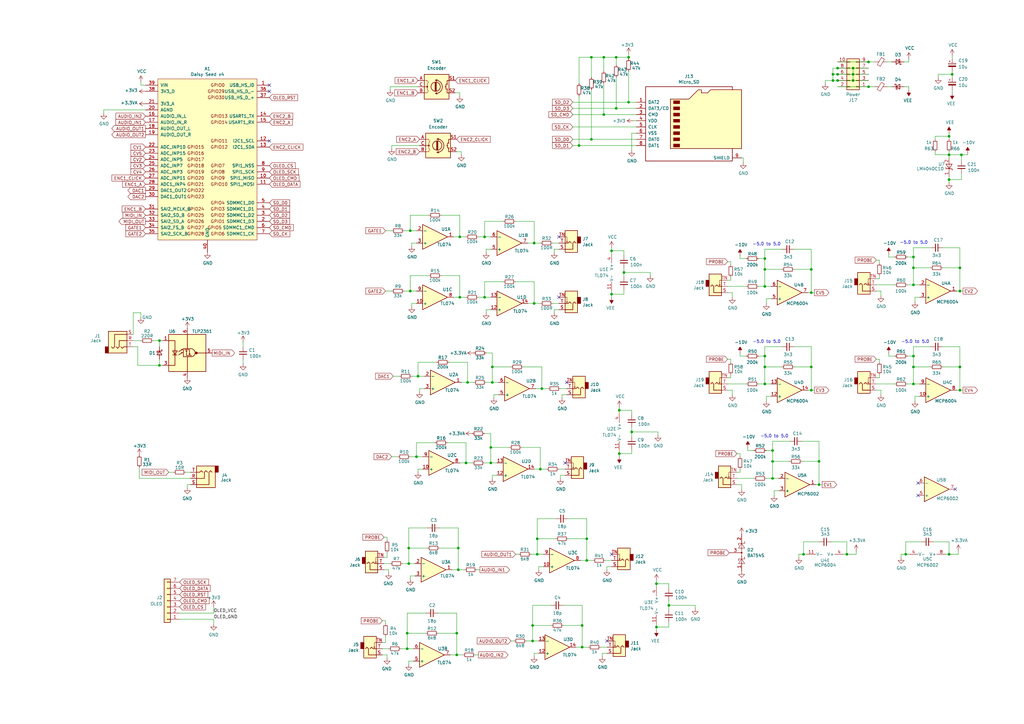
<source format=kicad_sch>
(kicad_sch (version 20211123) (generator eeschema)
  (paper "A3")
  (title_block (title "Proton") (date "2022-03-06") (rev "v0.2.0") (company "Petr Horáček") (comment 1 "petr@zlosynth.com") (comment 2 "https://github.com/zlosynth/proton") (comment 3 "cc-by-sa"))
  (junction (at 335.915 198.755))
  (junction (at 171.45 154.305))
  (junction (at 269.24 257.175))
  (junction (at 393.7 160.02))
  (junction (at 65.405 149.86))
  (junction (at 187.96 233.68))
  (junction (at 219.075 99.695))
  (junction (at 343.535 27.94))
  (junction (at 313.69 150.495))
  (junction (at 191.77 156.845))
  (junction (at 242.57 57.15))
  (junction (at 247.65 23.495))
  (junction (at 349.885 33.02))
  (junction (at 220.345 220.98))
  (junction (at 332.74 150.495))
  (junction (at 390.525 30.48))
  (junction (at 347.345 227.33))
  (junction (at 389.255 227.33))
  (junction (at 393.7 150.495))
  (junction (at 187.96 224.79))
  (junction (at 332.74 160.02))
  (junction (at 65.405 139.7))
  (junction (at 374.65 105.41))
  (junction (at 374.65 116.84))
  (junction (at 250.825 120.65))
  (junction (at 167.64 231.14))
  (junction (at 198.755 97.155))
  (junction (at 374.65 146.05))
  (junction (at 250.825 102.87))
  (junction (at 341.63 30.48))
  (junction (at 187.325 259.715))
  (junction (at 220.345 227.33))
  (junction (at 356.235 35.56))
  (junction (at 335.915 189.23))
  (junction (at 167.005 266.065))
  (junction (at 198.755 121.92))
  (junction (at 240.665 220.98))
  (junction (at 254 186.055))
  (junction (at 316.865 189.23))
  (junction (at 394.335 63.5))
  (junction (at 247.65 46.99))
  (junction (at 374.65 109.855))
  (junction (at 242.57 23.495))
  (junction (at 313.69 157.48))
  (junction (at 187.325 268.605))
  (junction (at 393.7 109.855))
  (junction (at 219.075 124.46))
  (junction (at 393.7 119.38))
  (junction (at 167.005 259.715))
  (junction (at 201.93 156.845))
  (junction (at 188.595 97.155))
  (junction (at 316.865 196.215))
  (junction (at 218.44 262.89))
  (junction (at 356.235 25.4))
  (junction (at 389.255 63.5))
  (junction (at 259.08 177.165))
  (junction (at 237.49 59.69))
  (junction (at 191.135 189.865))
  (junction (at 252.73 23.495))
  (junction (at 201.295 183.515))
  (junction (at 349.885 30.48))
  (junction (at 170.815 187.325))
  (junction (at 238.76 265.43))
  (junction (at 313.69 110.49))
  (junction (at 167.64 224.79))
  (junction (at 332.74 110.49))
  (junction (at 343.535 30.48))
  (junction (at 269.24 239.395))
  (junction (at 221.615 192.405))
  (junction (at 274.32 248.285))
  (junction (at 313.69 106.045))
  (junction (at 329.565 227.33))
  (junction (at 188.595 121.92))
  (junction (at 168.275 119.38))
  (junction (at 316.865 184.785))
  (junction (at 238.76 256.54))
  (junction (at 240.665 229.87))
  (junction (at 374.65 157.48))
  (junction (at 201.93 150.495))
  (junction (at 332.74 120.015))
  (junction (at 313.69 117.475))
  (junction (at 349.885 27.94))
  (junction (at 255.905 111.76))
  (junction (at 389.255 55.88))
  (junction (at 257.81 41.91))
  (junction (at 374.65 150.495))
  (junction (at 168.275 94.615))
  (junction (at 313.69 146.05))
  (junction (at 341.63 33.02))
  (junction (at 371.475 227.33))
  (junction (at 343.535 33.02))
  (junction (at 257.81 23.495))
  (junction (at 218.44 256.54))
  (junction (at 222.25 159.385))
  (junction (at 389.255 73.66))
  (junction (at 201.295 189.865))
  (junction (at 254 168.275))
  (junction (at 252.73 44.45))
  (no_connect (at 110.49 34.925))
  (no_connect (at 229.235 97.155))
  (no_connect (at 110.49 57.785))
  (no_connect (at 229.235 121.92))
  (no_connect (at 376.555 198.12))
  (no_connect (at 248.92 262.89))
  (no_connect (at 231.775 189.865))
  (no_connect (at 232.41 156.845))
  (no_connect (at 376.555 203.2))
  (no_connect (at 110.49 37.465))
  (no_connect (at 250.825 227.33))
  (no_connect (at 391.795 200.66))
  (wire (pts (xy 158.75 220.345) (xy 157.48 220.345)))
  (wire (pts (xy 189.23 156.845) (xy 191.77 156.845)))
  (wire (pts (xy 234.95 44.45) (xy 252.73 44.45)))
  (wire (pts (xy 73.66 254) (xy 87.63 254)))
  (wire (pts (xy 227.33 127) (xy 227.33 128.27)))
  (wire (pts (xy 167.005 266.065) (xy 167.005 259.715)))
  (wire (pts (xy 168.275 119.38) (xy 168.275 113.03)))
  (wire (pts (xy 160.655 59.69) (xy 160.655 60.96)))
  (wire (pts (xy 87.63 254) (xy 87.63 255.905)))
  (wire (pts (xy 231.775 194.945) (xy 229.87 194.945)))
  (wire (pts (xy 196.215 97.155) (xy 198.755 97.155)))
  (wire (pts (xy 198.755 90.805) (xy 206.375 90.805)))
  (wire (pts (xy 168.275 88.265) (xy 175.895 88.265)))
  (wire (pts (xy 382.905 222.25) (xy 389.255 222.25)))
  (wire (pts (xy 359.41 160.02) (xy 361.315 160.02)))
  (wire (pts (xy 156.845 266.065) (xy 159.385 266.065)))
  (wire (pts (xy 313.69 142.24) (xy 313.69 146.05)))
  (wire (pts (xy 185.42 233.68) (xy 187.96 233.68)))
  (wire (pts (xy 175.26 216.535) (xy 167.64 216.535)))
  (wire (pts (xy 202.565 163.195) (xy 202.565 161.925)))
  (wire (pts (xy 327.66 227.33) (xy 327.66 228.6)))
  (wire (pts (xy 389.255 55.88) (xy 383.54 55.88)))
  (wire (pts (xy 229.235 102.235) (xy 227.33 102.235)))
  (wire (pts (xy 389.255 63.5) (xy 389.255 64.77)))
  (wire (pts (xy 167.64 272.415) (xy 167.64 271.145)))
  (wire (pts (xy 222.25 150.495) (xy 214.63 150.495)))
  (wire (pts (xy 158.115 263.525) (xy 156.845 263.525)))
  (wire (pts (xy 341.63 33.02) (xy 343.535 33.02)))
  (wire (pts (xy 394.97 119.38) (xy 393.7 119.38)))
  (wire (pts (xy 389.255 62.23) (xy 389.255 63.5)))
  (wire (pts (xy 165.735 119.38) (xy 168.275 119.38)))
  (wire (pts (xy 389.255 72.39) (xy 389.255 73.66)))
  (wire (pts (xy 300.355 160.02) (xy 300.355 161.925)))
  (wire (pts (xy 349.885 27.94) (xy 349.885 30.48)))
  (wire (pts (xy 313.69 150.495) (xy 320.675 150.495)))
  (wire (pts (xy 57.785 33.655) (xy 57.785 34.925)))
  (wire (pts (xy 171.45 35.56) (xy 160.02 35.56)))
  (wire (pts (xy 219.075 99.695) (xy 221.615 99.695)))
  (wire (pts (xy 199.39 103.505) (xy 199.39 102.235)))
  (wire (pts (xy 242.57 23.495) (xy 242.57 31.75)))
  (wire (pts (xy 57.785 128.27) (xy 57.785 130.175)))
  (wire (pts (xy 372.11 116.84) (xy 374.65 116.84)))
  (wire (pts (xy 341.63 33.02) (xy 338.455 33.02)))
  (wire (pts (xy 248.285 229.87) (xy 250.825 229.87)))
  (wire (pts (xy 191.77 148.59) (xy 191.77 156.845)))
  (wire (pts (xy 396.875 63.5) (xy 394.335 63.5)))
  (wire (pts (xy 168.275 94.615) (xy 170.815 94.615)))
  (wire (pts (xy 269.875 178.435) (xy 269.875 177.165)))
  (wire (pts (xy 168.91 154.305) (xy 171.45 154.305)))
  (wire (pts (xy 187.325 268.605) (xy 189.865 268.605)))
  (wire (pts (xy 329.565 222.25) (xy 329.565 227.33)))
  (wire (pts (xy 334.01 120.015) (xy 332.74 120.015)))
  (wire (pts (xy 314.325 184.785) (xy 316.865 184.785)))
  (wire (pts (xy 298.45 120.015) (xy 300.355 120.015)))
  (wire (pts (xy 374.65 109.855) (xy 381.635 109.855)))
  (wire (pts (xy 198.755 121.92) (xy 201.295 121.92)))
  (wire (pts (xy 167.64 231.14) (xy 170.18 231.14)))
  (wire (pts (xy 247.65 34.29) (xy 247.65 46.99)))
  (wire (pts (xy 390.525 36.83) (xy 390.525 38.1)))
  (wire (pts (xy 216.535 124.46) (xy 219.075 124.46)))
  (wire (pts (xy 394.335 71.12) (xy 394.335 73.66)))
  (wire (pts (xy 313.69 157.48) (xy 316.23 157.48)))
  (wire (pts (xy 219.075 269.24) (xy 219.075 267.97)))
  (wire (pts (xy 247.65 23.495) (xy 242.57 23.495)))
  (wire (pts (xy 349.885 30.48) (xy 349.885 33.02)))
  (wire (pts (xy 374.65 157.48) (xy 374.65 150.495)))
  (wire (pts (xy 257.81 22.225) (xy 257.81 23.495)))
  (wire (pts (xy 220.98 233.68) (xy 220.98 232.41)))
  (wire (pts (xy 394.97 160.02) (xy 393.7 160.02)))
  (wire (pts (xy 189.23 62.23) (xy 189.23 63.5)))
  (wire (pts (xy 160.655 119.38) (xy 158.115 119.38)))
  (wire (pts (xy 219.075 115.57) (xy 211.455 115.57)))
  (wire (pts (xy 364.49 144.78) (xy 364.49 146.05)))
  (wire (pts (xy 220.345 212.725) (xy 220.345 220.98)))
  (wire (pts (xy 76.835 198.755) (xy 76.835 200.025)))
  (wire (pts (xy 259.08 177.165) (xy 259.08 175.26)))
  (wire (pts (xy 240.665 212.725) (xy 240.665 220.98)))
  (wire (pts (xy 218.44 248.285) (xy 218.44 256.54)))
  (wire (pts (xy 311.15 106.045) (xy 313.69 106.045)))
  (wire (pts (xy 285.115 248.285) (xy 274.32 248.285)))
  (wire (pts (xy 316.865 196.215) (xy 319.405 196.215)))
  (wire (pts (xy 191.77 148.59) (xy 184.15 148.59)))
  (wire (pts (xy 201.295 189.865) (xy 203.835 189.865)))
  (wire (pts (xy 196.215 121.92) (xy 198.755 121.92)))
  (wire (pts (xy 266.7 113.03) (xy 266.7 111.76)))
  (wire (pts (xy 158.115 260.985) (xy 158.115 263.525)))
  (wire (pts (xy 238.76 265.43) (xy 241.3 265.43)))
  (wire (pts (xy 231.14 248.285) (xy 238.76 248.285)))
  (wire (pts (xy 313.69 117.475) (xy 316.23 117.475)))
  (wire (pts (xy 188.595 189.865) (xy 191.135 189.865)))
  (wire (pts (xy 99.695 140.335) (xy 99.695 142.24)))
  (wire (pts (xy 87.63 251.46) (xy 87.63 248.92)))
  (wire (pts (xy 187.325 259.715) (xy 187.325 268.605)))
  (wire (pts (xy 313.69 157.48) (xy 313.69 150.495)))
  (wire (pts (xy 313.69 117.475) (xy 313.69 110.49)))
  (wire (pts (xy 259.08 184.15) (xy 259.08 186.055)))
  (wire (pts (xy 168.91 125.73) (xy 168.91 124.46)))
  (wire (pts (xy 340.995 222.25) (xy 347.345 222.25)))
  (wire (pts (xy 269.24 255.905) (xy 269.24 257.175)))
  (wire (pts (xy 254 186.055) (xy 254 187.325)))
  (wire (pts (xy 216.535 99.695) (xy 219.075 99.695)))
  (wire (pts (xy 255.905 113.665) (xy 255.905 111.76)))
  (wire (pts (xy 168.91 124.46) (xy 170.815 124.46)))
  (wire (pts (xy 167.64 271.145) (xy 169.545 271.145)))
  (wire (pts (xy 383.54 55.88) (xy 383.54 57.15)))
  (wire (pts (xy 335.915 189.23) (xy 335.915 198.755)))
  (wire (pts (xy 196.215 268.605) (xy 194.945 268.605)))
  (wire (pts (xy 257.81 29.21) (xy 257.81 41.91)))
  (wire (pts (xy 361.315 119.38) (xy 361.315 121.285)))
  (wire (pts (xy 372.745 36.83) (xy 372.745 35.56)))
  (wire (pts (xy 372.11 157.48) (xy 374.65 157.48)))
  (wire (pts (xy 389.255 63.5) (xy 383.54 63.5)))
  (wire (pts (xy 186.055 121.92) (xy 188.595 121.92)))
  (wire (pts (xy 375.285 121.92) (xy 377.19 121.92)))
  (wire (pts (xy 248.92 232.41) (xy 248.92 233.68)))
  (wire (pts (xy 167.005 259.715) (xy 174.625 259.715)))
  (wire (pts (xy 316.23 122.555) (xy 314.325 122.555)))
  (wire (pts (xy 234.95 52.07) (xy 260.985 52.07)))
  (wire (pts (xy 374.65 157.48) (xy 377.19 157.48)))
  (wire (pts (xy 219.71 159.385) (xy 222.25 159.385)))
  (wire (pts (xy 99.695 147.32) (xy 99.695 149.225)))
  (wire (pts (xy 222.25 159.385) (xy 224.79 159.385)))
  (wire (pts (xy 221.615 192.405) (xy 224.155 192.405)))
  (wire (pts (xy 266.7 111.76) (xy 255.905 111.76)))
  (wire (pts (xy 62.865 139.7) (xy 65.405 139.7)))
  (wire (pts (xy 335.915 222.25) (xy 329.565 222.25)))
  (wire (pts (xy 65.405 149.86) (xy 66.675 149.86)))
  (wire (pts (xy 229.87 159.385) (xy 232.41 159.385)))
  (wire (pts (xy 332.74 110.49) (xy 332.74 120.015)))
  (wire (pts (xy 201.93 150.495) (xy 209.55 150.495)))
  (wire (pts (xy 325.755 102.235) (xy 332.74 102.235)))
  (wire (pts (xy 274.32 257.175) (xy 269.24 257.175)))
  (wire (pts (xy 299.72 108.585) (xy 299.72 107.315)))
  (wire (pts (xy 42.545 45.085) (xy 59.69 45.085)))
  (wire (pts (xy 234.95 41.91) (xy 257.81 41.91)))
  (wire (pts (xy 172.085 59.69) (xy 160.655 59.69)))
  (wire (pts (xy 374.65 142.24) (xy 374.65 146.05)))
  (wire (pts (xy 303.53 106.045) (xy 306.07 106.045)))
  (wire (pts (xy 240.665 220.98) (xy 233.045 220.98)))
  (wire (pts (xy 198.755 121.92) (xy 198.755 115.57)))
  (wire (pts (xy 299.72 154.94) (xy 299.72 153.67)))
  (wire (pts (xy 359.41 119.38) (xy 361.315 119.38)))
  (wire (pts (xy 220.345 220.98) (xy 227.965 220.98)))
  (wire (pts (xy 191.135 121.92) (xy 188.595 121.92)))
  (wire (pts (xy 191.135 97.155) (xy 188.595 97.155)))
  (wire (pts (xy 168.91 99.695) (xy 170.815 99.695)))
  (wire (pts (xy 246.38 265.43) (xy 248.92 265.43)))
  (wire (pts (xy 252.73 31.75) (xy 252.73 44.45)))
  (wire (pts (xy 219.075 90.805) (xy 211.455 90.805)))
  (wire (pts (xy 254 168.275) (xy 254 169.545)))
  (wire (pts (xy 237.49 39.37) (xy 237.49 59.69)))
  (wire (pts (xy 167.64 231.14) (xy 167.64 224.79)))
  (wire (pts (xy 168.275 237.49) (xy 168.275 236.22)))
  (wire (pts (xy 171.45 192.405) (xy 173.355 192.405)))
  (wire (pts (xy 199.39 128.27) (xy 199.39 127)))
  (wire (pts (xy 255.905 118.745) (xy 255.905 120.65)))
  (wire (pts (xy 236.22 265.43) (xy 238.76 265.43)))
  (wire (pts (xy 257.81 23.495) (xy 257.81 24.13)))
  (wire (pts (xy 250.825 102.87) (xy 250.825 104.14)))
  (wire (pts (xy 299.72 114.935) (xy 299.72 113.665)))
  (wire (pts (xy 198.755 177.8) (xy 201.295 177.8)))
  (wire (pts (xy 316.23 162.56) (xy 314.325 162.56)))
  (wire (pts (xy 201.295 177.8) (xy 201.295 183.515)))
  (wire (pts (xy 188.595 88.265) (xy 180.975 88.265)))
  (wire (pts (xy 304.165 64.77) (xy 304.8 64.77)))
  (wire (pts (xy 179.705 251.46) (xy 187.325 251.46)))
  (wire (pts (xy 303.53 144.78) (xy 303.53 146.05)))
  (wire (pts (xy 252.73 23.495) (xy 252.73 26.67)))
  (wire (pts (xy 254 184.785) (xy 254 186.055)))
  (wire (pts (xy 359.41 116.84) (xy 367.03 116.84)))
  (wire (pts (xy 221.615 183.515) (xy 221.615 192.405)))
  (wire (pts (xy 159.385 233.68) (xy 159.385 234.95)))
  (wire (pts (xy 250.825 101.6) (xy 250.825 102.87)))
  (wire (pts (xy 314.325 162.56) (xy 314.325 164.465)))
  (wire (pts (xy 220.345 227.33) (xy 222.885 227.33)))
  (wire (pts (xy 393.7 119.38) (xy 392.43 119.38)))
  (wire (pts (xy 217.805 227.33) (xy 220.345 227.33)))
  (wire (pts (xy 229.235 127) (xy 227.33 127)))
  (wire (pts (xy 218.44 256.54) (xy 226.06 256.54)))
  (wire (pts (xy 42.545 45.085) (xy 42.545 46.355)))
  (wire (pts (xy 254 167.005) (xy 254 168.275)))
  (wire (pts (xy 394.335 73.66) (xy 389.255 73.66)))
  (wire (pts (xy 165.735 94.615) (xy 168.275 94.615)))
  (wire (pts (xy 343.535 30.48) (xy 341.63 30.48)))
  (wire (pts (xy 343.535 35.56) (xy 356.235 35.56)))
  (wire (pts (xy 260.985 54.61) (xy 259.08 54.61)))
  (wire (pts (xy 199.39 144.78) (xy 201.93 144.78)))
  (wire (pts (xy 389.255 222.25) (xy 389.255 227.33)))
  (wire (pts (xy 167.005 251.46) (xy 167.005 259.715)))
  (wire (pts (xy 317.5 201.295) (xy 317.5 203.2)))
  (wire (pts (xy 255.905 111.76) (xy 255.905 109.855)))
  (wire (pts (xy 274.32 255.27) (xy 274.32 257.175)))
  (wire (pts (xy 226.695 124.46) (xy 229.235 124.46)))
  (wire (pts (xy 285.115 249.555) (xy 285.115 248.285)))
  (wire (pts (xy 298.45 157.48) (xy 306.07 157.48)))
  (wire (pts (xy 332.74 120.015) (xy 331.47 120.015)))
  (wire (pts (xy 56.515 142.24) (xy 56.515 149.86)))
  (wire (pts (xy 303.53 187.325) (xy 303.53 186.055)))
  (wire (pts (xy 365.76 25.4) (xy 363.855 25.4)))
  (wire (pts (xy 229.87 194.945) (xy 229.87 196.215)))
  (wire (pts (xy 374.65 116.84) (xy 377.19 116.84)))
  (wire (pts (xy 394.335 63.5) (xy 394.335 66.04)))
  (wire (pts (xy 186.69 38.1) (xy 188.595 38.1)))
  (wire (pts (xy 390.525 30.48) (xy 384.81 30.48)))
  (wire (pts (xy 364.49 105.41) (xy 367.03 105.41)))
  (wire (pts (xy 337.185 198.755) (xy 335.915 198.755)))
  (wire (pts (xy 198.755 97.155) (xy 201.295 97.155)))
  (wire (pts (xy 212.725 227.33) (xy 211.455 227.33)))
  (wire (pts (xy 374.65 116.84) (xy 374.65 109.855)))
  (wire (pts (xy 184.785 268.605) (xy 187.325 268.605)))
  (wire (pts (xy 313.69 146.05) (xy 313.69 150.495)))
  (wire (pts (xy 302.26 198.755) (xy 304.165 198.755)))
  (wire (pts (xy 314.325 122.555) (xy 314.325 124.46)))
  (wire (pts (xy 198.755 115.57) (xy 206.375 115.57)))
  (wire (pts (xy 320.675 102.235) (xy 313.69 102.235)))
  (wire (pts (xy 221.615 183.515) (xy 213.995 183.515)))
  (wire (pts (xy 242.57 57.15) (xy 234.95 57.15)))
  (wire (pts (xy 360.68 154.94) (xy 360.68 153.67)))
  (wire (pts (xy 240.665 229.87) (xy 243.205 229.87)))
  (wire (pts (xy 302.26 193.675) (xy 303.53 193.675)))
  (wire (pts (xy 163.83 154.305) (xy 161.29 154.305)))
  (wire (pts (xy 360.68 148.59) (xy 360.68 147.32)))
  (wire (pts (xy 254 168.275) (xy 259.08 168.275)))
  (wire (pts (xy 196.85 233.68) (xy 195.58 233.68)))
  (wire (pts (xy 356.235 25.4) (xy 358.775 25.4)))
  (wire (pts (xy 157.48 231.14) (xy 160.02 231.14)))
  (wire (pts (xy 325.755 110.49) (xy 332.74 110.49)))
  (wire (pts (xy 303.53 186.055) (xy 302.26 186.055)))
  (wire (pts (xy 247.015 267.97) (xy 247.015 269.24)))
  (wire (pts (xy 341.63 30.48) (xy 341.63 33.02)))
  (wire (pts (xy 188.595 113.03) (xy 188.595 121.92)))
  (wire (pts (xy 54.61 137.16) (xy 54.61 128.27)))
  (wire (pts (xy 168.275 236.22) (xy 170.18 236.22)))
  (wire (pts (xy 330.835 227.33) (xy 329.565 227.33)))
  (wire (pts (xy 313.69 106.045) (xy 313.69 110.49)))
  (wire (pts (xy 57.15 196.215) (xy 57.15 191.77)))
  (wire (pts (xy 158.75 226.695) (xy 158.75 228.6)))
  (wire (pts (xy 252.73 44.45) (xy 260.985 44.45)))
  (wire (pts (xy 316.865 189.23) (xy 323.85 189.23)))
  (wire (pts (xy 219.075 90.805) (xy 219.075 99.695)))
  (wire (pts (xy 364.49 104.14) (xy 364.49 105.41)))
  (wire (pts (xy 187.96 224.79) (xy 180.34 224.79)))
  (wire (pts (xy 168.275 187.325) (xy 170.815 187.325)))
  (wire (pts (xy 201.295 183.515) (xy 208.915 183.515)))
  (wire (pts (xy 187.96 216.535) (xy 187.96 224.79)))
  (wire (pts (xy 193.675 189.865) (xy 191.135 189.865)))
  (wire (pts (xy 158.115 255.905) (xy 158.115 254.635)))
  (wire (pts (xy 187.325 251.46) (xy 187.325 259.715)))
  (wire (pts (xy 269.24 257.175) (xy 269.24 258.445)))
  (wire (pts (xy 219.075 192.405) (xy 221.615 192.405)))
  (wire (pts (xy 78.105 196.215) (xy 57.15 196.215)))
  (wire (pts (xy 325.755 142.24) (xy 332.74 142.24)))
  (wire (pts (xy 328.93 180.975) (xy 335.915 180.975)))
  (wire (pts (xy 390.525 29.21) (xy 390.525 30.48)))
  (wire (pts (xy 78.105 198.755) (xy 76.835 198.755)))
  (wire (pts (xy 361.315 160.02) (xy 361.315 161.925)))
  (wire (pts (xy 300.355 120.015) (xy 300.355 121.92)))
  (wire (pts (xy 174.625 251.46) (xy 167.005 251.46)))
  (wire (pts (xy 65.405 139.7) (xy 65.405 142.24)))
  (wire (pts (xy 316.865 184.785) (xy 316.865 189.23)))
  (wire (pts (xy 369.57 227.33) (xy 369.57 228.6)))
  (wire (pts (xy 269.24 239.395) (xy 269.24 240.665)))
  (wire (pts (xy 71.12 193.675) (xy 69.215 193.675)))
  (wire (pts (xy 393.7 160.02) (xy 392.43 160.02)))
  (wire (pts (xy 187.325 62.23) (xy 189.23 62.23)))
  (wire (pts (xy 257.81 41.91) (xy 260.985 41.91)))
  (wire (pts (xy 54.61 139.7) (xy 57.785 139.7)))
  (wire (pts (xy 233.045 212.725) (xy 240.665 212.725)))
  (wire (pts (xy 171.45 148.59) (xy 171.45 154.305)))
  (wire (pts (xy 343.535 30.48) (xy 349.885 30.48)))
  (wire (pts (xy 359.41 114.3) (xy 360.68 114.3)))
  (wire (pts (xy 375.285 121.92) (xy 375.285 123.825)))
  (wire (pts (xy 187.96 233.68) (xy 190.5 233.68)))
  (wire (pts (xy 393.7 142.24) (xy 393.7 150.495)))
  (wire (pts (xy 298.45 160.02) (xy 300.355 160.02)))
  (wire (pts (xy 168.275 119.38) (xy 170.815 119.38)))
  (wire (pts (xy 393.7 150.495) (xy 393.7 160.02)))
  (wire (pts (xy 302.26 196.215) (xy 309.245 196.215)))
  (wire (pts (xy 250.825 119.38) (xy 250.825 120.65)))
  (wire (pts (xy 210.82 262.89) (xy 209.55 262.89)))
  (wire (pts (xy 306.705 184.785) (xy 309.245 184.785)))
  (wire (pts (xy 374.65 150.495) (xy 381.635 150.495)))
  (wire (pts (xy 198.755 189.865) (xy 201.295 189.865)))
  (wire (pts (xy 332.74 150.495) (xy 332.74 160.02)))
  (wire (pts (xy 158.75 221.615) (xy 158.75 220.345)))
  (wire (pts (xy 303.53 146.05) (xy 306.07 146.05)))
  (wire (pts (xy 218.44 262.89) (xy 220.98 262.89)))
  (wire (pts (xy 201.93 156.845) (xy 204.47 156.845)))
  (wire (pts (xy 343.535 27.94) (xy 349.885 27.94)))
  (wire (pts (xy 332.74 160.02) (xy 331.47 160.02)))
  (wire (pts (xy 242.57 36.83) (xy 242.57 57.15)))
  (wire (pts (xy 332.74 142.24) (xy 332.74 150.495)))
  (wire (pts (xy 242.57 23.495) (xy 237.49 23.495)))
  (wire (pts (xy 215.9 262.89) (xy 218.44 262.89)))
  (wire (pts (xy 260.985 49.53) (xy 259.715 49.53)))
  (wire (pts (xy 374.65 101.6) (xy 374.65 105.41)))
  (wire (pts (xy 389.255 73.66) (xy 389.255 74.93)))
  (wire (pts (xy 338.455 33.02) (xy 338.455 34.29)))
  (wire (pts (xy 222.25 150.495) (xy 222.25 159.385)))
  (wire (pts (xy 227.965 212.725) (xy 220.345 212.725)))
  (wire (pts (xy 163.195 187.325) (xy 160.655 187.325)))
  (wire (pts (xy 255.905 102.87) (xy 255.905 104.775)))
  (wire (pts (xy 390.525 30.48) (xy 390.525 31.75)))
  (wire (pts (xy 313.69 102.235) (xy 313.69 106.045)))
  (wire (pts (xy 298.45 114.935) (xy 299.72 114.935)))
  (wire (pts (xy 389.255 227.33) (xy 393.065 227.33)))
  (wire (pts (xy 311.15 146.05) (xy 313.69 146.05)))
  (wire (pts (xy 188.595 38.1) (xy 188.595 39.37)))
  (wire (pts (xy 248.92 267.97) (xy 247.015 267.97)))
  (wire (pts (xy 170.815 181.61) (xy 178.435 181.61)))
  (wire (pts (xy 202.565 161.925) (xy 204.47 161.925)))
  (wire (pts (xy 359.41 157.48) (xy 367.03 157.48)))
  (wire (pts (xy 201.93 196.215) (xy 201.93 194.945)))
  (wire (pts (xy 170.815 181.61) (xy 170.815 187.325)))
  (wire (pts (xy 201.295 189.865) (xy 201.295 183.515)))
  (wire (pts (xy 360.68 106.68) (xy 359.41 106.68)))
  (wire (pts (xy 274.32 250.19) (xy 274.32 248.285)))
  (wire (pts (xy 304.165 198.755) (xy 304.165 200.66)))
  (wire (pts (xy 238.76 248.285) (xy 238.76 256.54)))
  (wire (pts (xy 393.065 227.33) (xy 393.065 226.06)))
  (wire (pts (xy 157.48 233.68) (xy 159.385 233.68)))
  (wire (pts (xy 372.745 25.4) (xy 370.84 25.4)))
  (wire (pts (xy 187.325 259.715) (xy 179.705 259.715)))
  (wire (pts (xy 393.7 109.855) (xy 393.7 119.38)))
  (wire (pts (xy 172.085 159.385) (xy 173.99 159.385)))
  (wire (pts (xy 171.45 154.305) (xy 173.99 154.305)))
  (wire (pts (xy 57.785 34.925) (xy 59.69 34.925)))
  (wire (pts (xy 218.44 262.89) (xy 218.44 256.54)))
  (wire (pts (xy 158.75 228.6) (xy 157.48 228.6)))
  (wire (pts (xy 374.65 105.41) (xy 374.65 109.855)))
  (wire (pts (xy 252.73 23.495) (xy 247.65 23.495)))
  (wire (pts (xy 165.1 231.14) (xy 167.64 231.14)))
  (wire (pts (xy 349.885 27.94) (xy 356.235 27.94)))
  (wire (pts (xy 389.255 227.33) (xy 387.985 227.33)))
  (wire (pts (xy 269.24 239.395) (xy 274.32 239.395)))
  (wire (pts (xy 158.75 268.605) (xy 158.75 269.875)))
  (wire (pts (xy 250.825 102.87) (xy 255.905 102.87)))
  (wire (pts (xy 247.65 46.99) (xy 234.95 46.99)))
  (wire (pts (xy 219.075 115.57) (xy 219.075 124.46)))
  (wire (pts (xy 386.715 142.24) (xy 393.7 142.24)))
  (wire (pts (xy 319.405 201.295) (xy 317.5 201.295)))
  (wire (pts (xy 66.675 139.7) (xy 65.405 139.7)))
  (wire (pts (xy 349.885 30.48) (xy 356.235 30.48)))
  (wire (pts (xy 335.915 198.755) (xy 334.645 198.755)))
  (wire (pts (xy 360.68 147.32) (xy 359.41 147.32)))
  (wire (pts (xy 232.41 161.925) (xy 230.505 161.925)))
  (wire (pts (xy 372.745 24.13) (xy 372.745 25.4)))
  (wire (pts (xy 360.68 107.95) (xy 360.68 106.68)))
  (wire (pts (xy 237.49 59.69) (xy 260.985 59.69)))
  (wire (pts (xy 335.915 180.975) (xy 335.915 189.23)))
  (wire (pts (xy 171.45 193.675) (xy 171.45 192.405)))
  (wire (pts (xy 237.49 23.495) (xy 237.49 34.29)))
  (wire (pts (xy 219.075 124.46) (xy 221.615 124.46)))
  (wire (pts (xy 187.96 224.79) (xy 187.96 233.68)))
  (wire (pts (xy 375.285 162.56) (xy 375.285 164.465)))
  (wire (pts (xy 389.255 63.5) (xy 394.335 63.5)))
  (wire (pts (xy 381.635 101.6) (xy 374.65 101.6)))
  (wire (pts (xy 298.45 154.94) (xy 299.72 154.94)))
  (wire (pts (xy 303.53 193.675) (xy 303.53 192.405)))
  (wire (pts (xy 347.345 227.33) (xy 351.155 227.33)))
  (wire (pts (xy 372.745 35.56) (xy 370.84 35.56)))
  (wire (pts (xy 384.81 30.48) (xy 384.81 31.75)))
  (wire (pts (xy 168.91 100.965) (xy 168.91 99.695)))
  (wire (pts (xy 172.085 160.655) (xy 172.085 159.385)))
  (wire (pts (xy 199.39 102.235) (xy 201.295 102.235)))
  (wire (pts (xy 164.465 266.065) (xy 167.005 266.065)))
  (wire (pts (xy 299.72 148.59) (xy 299.72 147.32)))
  (wire (pts (xy 250.825 120.65) (xy 250.825 121.92)))
  (wire (pts (xy 372.11 146.05) (xy 374.65 146.05)))
  (wire (pts (xy 374.65 146.05) (xy 374.65 150.495)))
  (wire (pts (xy 234.95 59.69) (xy 237.49 59.69)))
  (wire (pts (xy 316.865 180.975) (xy 316.865 184.785)))
  (wire (pts (xy 199.39 156.845) (xy 201.93 156.845)))
  (wire (pts (xy 377.19 162.56) (xy 375.285 162.56)))
  (wire (pts (xy 389.255 55.88) (xy 389.255 57.15)))
  (wire (pts (xy 269.24 238.125) (xy 269.24 239.395)))
  (wire (pts (xy 170.815 187.325) (xy 173.355 187.325)))
  (wire (pts (xy 306.705 183.515) (xy 306.705 184.785)))
  (wire (pts (xy 320.675 142.24) (xy 313.69 142.24)))
  (wire (pts (xy 311.15 117.475) (xy 313.69 117.475)))
  (wire (pts (xy 201.93 156.845) (xy 201.93 150.495)))
  (wire (pts (xy 386.715 101.6) (xy 393.7 101.6)))
  (wire (pts (xy 160.655 94.615) (xy 158.115 94.615)))
  (wire (pts (xy 386.715 150.495) (xy 393.7 150.495)))
  (wire (pts (xy 238.76 256.54) (xy 231.14 256.54)))
  (wire (pts (xy 56.515 149.86) (xy 65.405 149.86)))
  (wire (pts (xy 332.74 102.235) (xy 332.74 110.49)))
  (wire (pts (xy 329.565 227.33) (xy 327.66 227.33)))
  (wire (pts (xy 274.32 248.285) (xy 274.32 246.38)))
  (wire (pts (xy 363.855 35.56) (xy 365.76 35.56)))
  (wire (pts (xy 364.49 146.05) (xy 367.03 146.05)))
  (wire (pts (xy 381.635 142.24) (xy 374.65 142.24)))
  (wire (pts (xy 219.075 267.97) (xy 220.98 267.97)))
  (wire (pts (xy 220.345 227.33) (xy 220.345 220.98)))
  (wire (pts (xy 188.595 113.03) (xy 180.975 113.03)))
  (wire (pts (xy 226.695 99.695) (xy 229.235 99.695)))
  (wire (pts (xy 54.61 142.24) (xy 56.515 142.24)))
  (wire (pts (xy 257.81 23.495) (xy 252.73 23.495)))
  (wire (pts (xy 199.39 127) (xy 201.295 127)))
  (wire (pts (xy 377.825 222.25) (xy 371.475 222.25)))
  (wire (pts (xy 54.61 128.27) (xy 57.785 128.27)))
  (wire (pts (xy 160.02 35.56) (xy 160.02 36.83)))
  (wire (pts (xy 334.01 160.02) (xy 332.74 160.02)))
  (wire (pts (xy 390.525 22.86) (xy 390.525 24.13)))
  (wire (pts (xy 191.135 181.61) (xy 183.515 181.61)))
  (wire (pts (xy 186.055 97.155) (xy 188.595 97.155)))
  (wire (pts (xy 359.41 154.94) (xy 360.68 154.94)))
  (wire (pts (xy 220.98 232.41) (xy 222.885 232.41)))
  (wire (pts (xy 303.53 104.775) (xy 303.53 106.045)))
  (wire (pts (xy 255.905 120.65) (xy 250.825 120.65)))
  (wire (pts (xy 371.475 222.25) (xy 371.475 227.33)))
  (wire (pts (xy 356.235 35.56) (xy 358.775 35.56)))
  (wire (pts (xy 230.505 161.925) (xy 230.505 163.195)))
  (wire (pts (xy 316.865 196.215) (xy 316.865 189.23)))
  (wire (pts (xy 371.475 227.33) (xy 369.57 227.33)))
  (wire (pts (xy 168.275 94.615) (xy 168.275 88.265)))
  (wire (pts (xy 198.755 97.155) (xy 198.755 90.805)))
  (wire (pts (xy 396.875 62.865) (xy 396.875 63.5)))
  (wire (pts (xy 299.72 147.32) (xy 298.45 147.32)))
  (wire (pts (xy 260.985 57.15) (xy 242.57 57.15)))
  (wire (pts (xy 191.135 181.61) (xy 191.135 189.865)))
  (wire (pts (xy 247.65 23.495) (xy 247.65 29.21)))
  (wire (pts (xy 347.345 222.25) (xy 347.345 227.33)))
  (wire (pts (xy 325.755 150.495) (xy 332.74 150.495)))
  (wire (pts (xy 227.33 102.235) (xy 227.33 103.505)))
  (wire (pts (xy 65.405 147.32) (xy 65.405 149.86)))
  (wire (pts (xy 356.235 25.4) (xy 343.535 25.4)))
  (wire (pts (xy 259.08 179.07) (xy 259.08 177.165)))
  (wire (pts (xy 259.08 54.61) (xy 259.08 61.595)))
  (wire (pts (xy 383.54 63.5) (xy 383.54 62.23)))
  (wire (pts (xy 341.63 27.94) (xy 341.63 30.48)))
  (wire (pts (xy 389.255 54.61) (xy 389.255 55.88)))
  (wire (pts (xy 299.72 107.315) (xy 298.45 107.315)))
  (wire (pts (xy 156.845 268.605) (xy 158.75 268.605)))
  (wire (pts (xy 311.15 157.48) (xy 313.69 157.48)))
  (wire (pts (xy 372.11 105.41) (xy 374.65 105.41)))
  (wire (pts (xy 328.93 189.23) (xy 335.915 189.23)))
  (wire (pts (xy 229.235 192.405) (xy 231.775 192.405)))
  (wire (pts (xy 304.8 64.77) (xy 304.8 66.675)))
  (wire (pts (xy 180.34 216.535) (xy 187.96 216.535)))
  (wire (pts (xy 259.08 186.055) (xy 254 186.055)))
  (wire (pts (xy 250.825 232.41) (xy 248.92 232.41)))
  (wire (pts (xy 167.005 266.065) (xy 169.545 266.065)))
  (wire (pts (xy 260.985 46.99) (xy 247.65 46.99)))
  (wire (pts (xy 349.885 33.02) (xy 343.535 33.02)))
  (wire (pts (xy 73.66 251.46) (xy 87.63 251.46)))
  (wire (pts (xy 259.08 168.275) (xy 259.08 170.18)))
  (wire (pts (xy 201.93 194.945) (xy 203.835 194.945)))
  (wire (pts (xy 372.745 227.33) (xy 371.475 227.33)))
  (wire (pts (xy 188.595 88.265) (xy 188.595 97.155)))
  (wire (pts (xy 226.06 248.285) (xy 218.44 248.285)))
  (wire (pts (xy 240.665 220.98) (xy 240.665 229.87)))
  (wire (pts (xy 343.535 27.94) (xy 341.63 27.94)))
  (wire (pts (xy 201.93 144.78) (xy 201.93 150.495)))
  (wire (pts (xy 168.275 113.03) (xy 175.895 113.03)))
  (wire (pts (xy 313.69 110.49) (xy 320.675 110.49)))
  (wire (pts (xy 351.155 227.33) (xy 351.155 226.06)))
  (wire (pts (xy 194.31 156.845) (xy 191.77 156.845)))
  (wire (pts (xy 314.325 196.215) (xy 316.865 196.215)))
  (wire (pts (xy 393.7 101.6) (xy 393.7 109.855)))
  (wire (pts (xy 238.125 229.87) (xy 240.665 229.87)))
  (wire (pts (xy 158.115 254.635) (xy 156.845 254.635)))
  (wire (pts (xy 167.64 216.535) (xy 167.64 224.79)))
  (wire (pts (xy 167.64 224.79) (xy 175.26 224.79)))
  (wire (pts (xy 386.715 109.855) (xy 393.7 109.855)))
  (wire (pts (xy 347.345 227.33) (xy 346.075 227.33)))
  (wire (pts (xy 360.68 114.3) (xy 360.68 113.03)))
  (wire (pts (xy 171.45 148.59) (xy 179.07 148.59)))
  (wire (pts (xy 298.45 117.475) (xy 306.07 117.475)))
  (wire (pts (xy 356.235 33.02) (xy 349.885 33.02)))
  (wire (pts (xy 78.105 193.675) (xy 76.2 193.675)))
  (wire (pts (xy 274.32 239.395) (xy 274.32 241.3)))
  (wire (pts (xy 323.85 180.975) (xy 316.865 180.975)))
  (wire (pts (xy 238.76 256.54) (xy 238.76 265.43)))
  (wire (pts (xy 269.875 177.165) (xy 259.08 177.165)))
  (text "-5.0 to 5.0" (at 369.57 140.97 0) (effects (font (size 1.27 1.27)) (justify left bottom)))
  (text "-5.0 to 5.0" (at 368.935 100.33 0) (effects (font (size 1.27 1.27)) (justify left bottom)))
  (text "-5.0 to 5.0" (at 308.61 100.965 0) (effects (font (size 1.27 1.27)) (justify left bottom)))
  (text "-5.0 to 5.0" (at 308.61 140.97 0) (effects (font (size 1.27 1.27)) (justify left bottom)))
  (text "-5.0 to 5.0" (at 311.785 179.705 0) (effects (font (size 1.27 1.27)) (justify left bottom)))
  (label "OLED_VCC" (at 87.63 251.46 0))
  (label "OLED_GND" (at 87.63 254 0))
  (global_label "GATE2" (shape input) (at 59.69 95.885 180) (property "Intersheet References" "${INTERSHEET_REFS}" (effects hide)))
  (global_label "AUDIO_OUT1" (shape output) (at 59.69 52.705 180) (property "Intersheet References" "${INTERSHEET_REFS}" (effects hide)))
  (global_label "PROBE" (shape input) (at 298.45 147.32 180) (property "Intersheet References" "${INTERSHEET_REFS}" (effects hide)))
  (global_label "ENC2_CLICK" (shape input) (at 110.49 60.325 0) (property "Intersheet References" "${INTERSHEET_REFS}" (effects hide)))
  (global_label "DAC1" (shape output) (at 59.69 78.105 180) (property "Intersheet References" "${INTERSHEET_REFS}" (effects hide)))
  (global_label "SD_D3" (shape input) (at 234.95 44.45 180) (property "Intersheet References" "${INTERSHEET_REFS}" (effects hide)))
  (global_label "MIDI_IN" (shape output) (at 86.995 144.78 0) (property "Intersheet References" "${INTERSHEET_REFS}" (effects hide)))
  (global_label "OLED_CMD" (shape input) (at 110.49 73.025 0) (property "Intersheet References" "${INTERSHEET_REFS}" (effects hide)))
  (global_label "PROBE" (shape input) (at 157.48 220.345 180) (property "Intersheet References" "${INTERSHEET_REFS}" (effects hide)))
  (global_label "ENC2_A" (shape input) (at 110.49 50.165 0) (property "Intersheet References" "${INTERSHEET_REFS}" (effects hide)))
  (global_label "DAC2" (shape output) (at 59.69 80.645 180) (property "Intersheet References" "${INTERSHEET_REFS}" (effects hide)))
  (global_label "SD_D1" (shape input) (at 110.49 85.725 0) (property "Intersheet References" "${INTERSHEET_REFS}" (effects hide)))
  (global_label "MIDI_OUT" (shape input) (at 69.215 193.675 180) (property "Intersheet References" "${INTERSHEET_REFS}" (effects hide)))
  (global_label "SD_D2" (shape input) (at 234.95 41.91 180) (property "Intersheet References" "${INTERSHEET_REFS}" (effects hide)))
  (global_label "ENC2_B" (shape input) (at 172.085 62.23 180) (property "Intersheet References" "${INTERSHEET_REFS}" (effects hide)))
  (global_label "CV4" (shape output) (at 394.97 160.02 0) (property "Intersheet References" "${INTERSHEET_REFS}" (effects hide)))
  (global_label "OLED_CS" (shape input) (at 73.66 248.92 0) (property "Intersheet References" "${INTERSHEET_REFS}" (effects hide)))
  (global_label "SD_D0" (shape input) (at 110.49 83.185 0) (property "Intersheet References" "${INTERSHEET_REFS}" (effects hide)))
  (global_label "PROBE" (shape input) (at 359.41 106.68 180) (property "Intersheet References" "${INTERSHEET_REFS}" (effects hide)))
  (global_label "AUDIO_IN1" (shape input) (at 59.69 50.165 180) (property "Intersheet References" "${INTERSHEET_REFS}" (effects hide)))
  (global_label "SD_D2" (shape input) (at 110.49 88.265 0) (property "Intersheet References" "${INTERSHEET_REFS}" (effects hide)))
  (global_label "PROBE" (shape input) (at 302.26 186.055 180) (property "Intersheet References" "${INTERSHEET_REFS}" (effects hide)))
  (global_label "AUDIO_OUT2" (shape output) (at 59.69 55.245 180) (property "Intersheet References" "${INTERSHEET_REFS}" (effects hide)))
  (global_label "ENC2_B" (shape input) (at 110.49 47.625 0) (property "Intersheet References" "${INTERSHEET_REFS}" (effects hide)))
  (global_label "OLED_CS" (shape input) (at 110.49 67.945 0) (property "Intersheet References" "${INTERSHEET_REFS}" (effects hide)))
  (global_label "PROBE" (shape input) (at 156.845 254.635 180) (property "Intersheet References" "${INTERSHEET_REFS}" (effects hide)))
  (global_label "ENC2_A" (shape input) (at 172.085 57.15 180) (property "Intersheet References" "${INTERSHEET_REFS}" (effects hide)))
  (global_label "PROBE" (shape input) (at 299.085 226.695 180) (property "Intersheet References" "${INTERSHEET_REFS}" (effects hide)))
  (global_label "ENC1_B" (shape input) (at 59.69 85.725 180) (property "Intersheet References" "${INTERSHEET_REFS}" (effects hide)))
  (global_label "SD_D1" (shape input) (at 234.95 59.69 180) (property "Intersheet References" "${INTERSHEET_REFS}" (effects hide)))
  (global_label "OLED_SCK" (shape input) (at 73.66 238.76 0) (property "Intersheet References" "${INTERSHEET_REFS}" (effects hide)))
  (global_label "CV1" (shape input) (at 59.69 60.325 180) (property "Intersheet References" "${INTERSHEET_REFS}" (effects hide)))
  (global_label "CV5" (shape input) (at 59.69 62.865 180) (property "Intersheet References" "${INTERSHEET_REFS}" (effects hide)))
  (global_label "MIDI_OUT" (shape output) (at 59.69 90.805 180) (property "Intersheet References" "${INTERSHEET_REFS}" (effects hide)))
  (global_label "AUDIO_OUT2" (shape input) (at 209.55 262.89 180) (property "Intersheet References" "${INTERSHEET_REFS}" (effects hide)))
  (global_label "MIDI_IN" (shape input) (at 59.69 88.265 180) (property "Intersheet References" "${INTERSHEET_REFS}" (effects hide)))
  (global_label "CV3" (shape output) (at 334.01 160.02 0) (property "Intersheet References" "${INTERSHEET_REFS}" (effects hide)))
  (global_label "SD_CK" (shape input) (at 234.95 52.07 180) (property "Intersheet References" "${INTERSHEET_REFS}" (effects hide)))
  (global_label "GATE2" (shape input) (at 158.115 119.38 180) (property "Intersheet References" "${INTERSHEET_REFS}" (effects hide)))
  (global_label "AUDIO_IN2" (shape output) (at 196.215 268.605 0) (property "Intersheet References" "${INTERSHEET_REFS}" (effects hide)))
  (global_label "ENC2_CLICK" (shape input) (at 187.325 57.15 0) (property "Intersheet References" "${INTERSHEET_REFS}" (effects hide)))
  (global_label "OLED_RST" (shape input) (at 73.66 243.84 0) (property "Intersheet References" "${INTERSHEET_REFS}" (effects hide)))
  (global_label "OLED_DATA" (shape input) (at 110.49 75.565 0) (property "Intersheet References" "${INTERSHEET_REFS}" (effects hide)))
  (global_label "CV3" (shape input) (at 59.69 67.945 180) (property "Intersheet References" "${INTERSHEET_REFS}" (effects hide)))
  (global_label "PROBE" (shape input) (at 359.41 147.32 180) (property "Intersheet References" "${INTERSHEET_REFS}" (effects hide)))
  (global_label "ENC1_A" (shape input) (at 59.69 75.565 180) (property "Intersheet References" "${INTERSHEET_REFS}" (effects hide)))
  (global_label "SD_D3" (shape input) (at 110.49 90.805 0) (property "Intersheet References" "${INTERSHEET_REFS}" (effects hide)))
  (global_label "ENC1_A" (shape input) (at 171.45 33.02 180) (property "Intersheet References" "${INTERSHEET_REFS}" (effects hide)))
  (global_label "ENC1_CLICK" (shape input) (at 186.69 33.02 0) (property "Intersheet References" "${INTERSHEET_REFS}" (effects hide)))
  (global_label "OLED_DATA" (shape input) (at 73.66 241.3 0) (property "Intersheet References" "${INTERSHEET_REFS}" (effects hide)))
  (global_label "SD_CMD" (shape input) (at 110.49 93.345 0) (property "Intersheet References" "${INTERSHEET_REFS}" (effects hide)))
  (global_label "AUDIO_IN2" (shape input) (at 59.69 47.625 180) (property "Intersheet References" "${INTERSHEET_REFS}" (effects hide)))
  (global_label "GATE1" (shape input) (at 158.115 94.615 180) (property "Intersheet References" "${INTERSHEET_REFS}" (effects hide)))
  (global_label "AUDIO_OUT1" (shape input) (at 211.455 227.33 180) (property "Intersheet References" "${INTERSHEET_REFS}" (effects hide)))
  (global_label "DAC2" (shape input) (at 160.655 187.325 180) (property "Intersheet References" "${INTERSHEET_REFS}" (effects hide)))
  (global_label "ENC1_CLICK" (shape input) (at 59.69 73.025 180) (property "Intersheet References" "${INTERSHEET_REFS}" (effects hide)))
  (global_label "OLED_SCK" (shape input) (at 110.49 70.485 0) (property "Intersheet References" "${INTERSHEET_REFS}" (effects hide)))
  (global_label "CV5" (shape output) (at 334.01 120.015 0) (property "Intersheet References" "${INTERSHEET_REFS}" (effects hide)))
  (global_label "ENC1_B" (shape input) (at 171.45 38.1 180) (property "Intersheet References" "${INTERSHEET_REFS}" (effects hide)))
  (global_label "CV4" (shape input) (at 59.69 70.485 180) (property "Intersheet References" "${INTERSHEET_REFS}" (effects hide)))
  (global_label "AUDIO_IN1" (shape output) (at 196.85 233.68 0) (property "Intersheet References" "${INTERSHEET_REFS}" (effects hide)))
  (global_label "CV2" (shape input) (at 59.69 65.405 180) (property "Intersheet References" "${INTERSHEET_REFS}" (effects hide)))
  (global_label "CV1" (shape output) (at 337.185 198.755 0) (property "Intersheet References" "${INTERSHEET_REFS}" (effects hide)))
  (global_label "GATE1" (shape input) (at 59.69 93.345 180) (property "Intersheet References" "${INTERSHEET_REFS}" (effects hide)))
  (global_label "SD_D0" (shape input) (at 234.95 57.15 180) (property "Intersheet References" "${INTERSHEET_REFS}" (effects hide)))
  (global_label "SD_CK" (shape input) (at 110.49 95.885 0) (property "Intersheet References" "${INTERSHEET_REFS}" (effects hide)))
  (global_label "OLED_CMD" (shape input) (at 73.66 246.38 0) (property "Intersheet References" "${INTERSHEET_REFS}" (effects hide)))
  (global_label "OLED_RST" (shape input) (at 110.49 40.005 0) (property "Intersheet References" "${INTERSHEET_REFS}" (effects hide)))
  (global_label "CV2" (shape output) (at 394.97 119.38 0) (property "Intersheet References" "${INTERSHEET_REFS}" (effects hide)))
  (global_label "SD_CMD" (shape input) (at 234.95 46.99 180) (property "Intersheet References" "${INTERSHEET_REFS}" (effects hide)))
  (global_label "DAC1" (shape input) (at 161.29 154.305 180) (property "Intersheet References" "${INTERSHEET_REFS}" (effects hide)))
  (global_label "PROBE" (shape input) (at 298.45 107.315 180) (property "Intersheet References" "${INTERSHEET_REFS}" (effects hide)))
  (symbol (lib_id "Connector_Generic:Conn_02x05_Odd_Even") (at 351.155 30.48 180) (unit 1)
    (property "Reference" "J17" (at 349.885 41.0718 0))
    (property "Value" "Power" (at 349.885 38.7604 0))
    (property "Footprint" "Connector_PinHeader_2.54mm:PinHeader_2x05_P2.54mm_Vertical" (effects hide))
    (property "Mfr Part Number" "87914-1016" (effects hide))
    (property "Order Qty" "1" (effects hide))
  )
  (symbol (lib_id "power:GND") (at 338.455 34.29 0) (unit 1)
    (property "Reference" "#PWR067" (effects hide))
    (property "Value" "GND" (at 338.582 38.6842 0))
  )
  (symbol (lib_id "Device:D_Schottky_Small") (at 368.3 25.4 180) (unit 1)
    (property "Reference" "D3" (at 368.3 22.479 0))
    (property "Value" "Schottky" (effects hide))
    (property "Footprint" "Diode_SMD:D_SOD-123" (effects hide))
    (property "LCSC" "C8598" (effects hide))
    (property "Mfr Part Number" "STPS0540ZY" (effects hide))
    (property "Order Qty" "1" (effects hide))
  )
  (symbol (lib_id "Device:D_Schottky_Small") (at 368.3 35.56 0) (unit 1)
    (property "Reference" "D4" (at 368.3 32.639 0))
    (property "Value" "Schottky" (effects hide))
    (property "Footprint" "Diode_SMD:D_SOD-123" (effects hide))
    (property "LCSC" "C8598" (effects hide))
    (property "Mfr Part Number" "STPS0540ZY" (effects hide))
    (property "Order Qty" "1" (effects hide))
  )
  (symbol (lib_id "power:VCC") (at 372.745 24.13 0) (unit 1)
    (property "Reference" "#PWR074" (effects hide))
    (property "Value" "VCC" (at 373.126 19.7358 0))
  )
  (symbol (lib_id "power:VEE") (at 372.745 36.83 180) (unit 1)
    (property "Reference" "#PWR075" (effects hide))
    (property "Value" "VEE" (at 372.364 41.2242 0))
  )
  (symbol (lib_id "power:GND") (at 384.81 31.75 0) (unit 1)
    (property "Reference" "#PWR078" (effects hide))
    (property "Value" "GND" (at 384.937 36.1442 0))
  )
  (symbol (lib_id "power:VEE") (at 390.525 38.1 180) (unit 1)
    (property "Reference" "#PWR082" (effects hide))
    (property "Value" "VEE" (at 390.144 42.4942 0))
  )
  (symbol (lib_id "power:VCC") (at 390.525 22.86 0) (unit 1)
    (property "Reference" "#PWR081" (effects hide))
    (property "Value" "VCC" (at 390.906 18.4658 0))
  )
  (symbol (lib_id "power:VEE") (at 389.255 54.61 0) (unit 1)
    (property "Reference" "#PWR079" (effects hide))
    (property "Value" "VEE" (at 389.636 50.2158 0))
  )
  (symbol (lib_id "Device:C_Small") (at 394.335 68.58 0) (unit 1)
    (property "Reference" "C21" (at 396.6718 67.4116 0) (effects (justify left)))
    (property "Value" "100n" (at 396.875 69.85 0) (effects (justify left)))
    (property "Footprint" "Capacitor_SMD:C_0603_1608Metric_Pad1.08x0.95mm_HandSolder" (effects hide))
    (property "LCSC" "C24497" (effects hide))
    (property "Order Qty" "1" (effects hide))
    (property "Mfr Part Number" "CL31B104KBCNNNL" (effects hide))
  )
  (symbol (lib_id "Device:R_Small") (at 383.54 59.69 180) (unit 1)
    (property "Reference" "R63" (at 381 60.96 0))
    (property "Value" "1k" (at 381 58.42 0))
    (property "Footprint" "Resistor_SMD:R_0603_1608Metric_Pad0.98x0.95mm_HandSolder" (effects hide))
    (property "LCSC" "C21190" (effects hide))
    (property "Order Qty" "1" (effects hide))
    (property "Mfr Part Number" "CR0603-FX-1001ELF" (effects hide))
  )
  (symbol (lib_id "Device:R_Small") (at 389.255 59.69 180) (unit 1)
    (property "Reference" "R66" (at 391.795 60.96 0))
    (property "Value" "1k" (at 391.795 58.42 0))
    (property "Footprint" "Resistor_SMD:R_0603_1608Metric_Pad0.98x0.95mm_HandSolder" (effects hide))
    (property "LCSC" "C21190" (effects hide))
    (property "Order Qty" "1" (effects hide))
    (property "Mfr Part Number" "CR0603-FX-1001ELF" (effects hide))
  )
  (symbol (lib_id "Reference_Voltage:LM4040DBZ-10") (at 389.255 68.58 270) (unit 1)
    (property "Reference" "U7" (at 384.81 67.31 90) (effects (justify left)))
    (property "Value" "LM4040C10" (at 375.92 69.215 90) (effects (justify left)))
    (property "Footprint" "Package_TO_SOT_SMD:SOT-23_Handsoldering" (effects hide))
    (property "Datasheet" "http://www.ti.com/lit/ds/symlink/lm4040-n.pdf" (effects hide))
    (property "LCSC" "C201738" (effects hide))
    (property "Mfr Part Number" "LM4040C10IDBZR" (effects hide))
    (property "Order Qty" "1" (effects hide))
  )
  (symbol (lib_id "power:GND") (at 389.255 74.93 0) (unit 1)
    (property "Reference" "#PWR080" (effects hide))
    (property "Value" "GND" (at 389.382 79.3242 0))
  )
  (symbol (lib_id "power:-10V") (at 396.875 62.865 0) (unit 1)
    (property "Reference" "#PWR084" (effects hide))
    (property "Value" "-10V" (at 397.256 58.4708 0))
  )
  (symbol (lib_id "Connector:AudioJack2_SwitchT") (at 254 265.43 180) (unit 1)
    (property "Reference" "J11" (at 258.572 263.7282 0) (effects (justify right)))
    (property "Value" "Jack" (at 258.572 266.0396 0) (effects (justify right)))
    (property "Footprint" "Connector_Audio:Jack_3.5mm_QingPu_WQP-PJ398SM_Vertical_CircularHoles" (effects hide))
  )
  (symbol (lib_id "Connector:AudioJack2_SwitchT") (at 255.905 229.87 180) (unit 1)
    (property "Reference" "J12" (at 260.477 228.1682 0) (effects (justify right)))
    (property "Value" "Jack" (at 260.477 230.4796 0) (effects (justify right)))
    (property "Footprint" "Connector_Audio:Jack_3.5mm_QingPu_WQP-PJ398SM_Vertical_CircularHoles" (effects hide))
  )
  (symbol (lib_id "Connector:AudioJack2_SwitchT") (at 354.33 157.48 0) (mirror x) (unit 1)
    (property "Reference" "J16" (at 349.7834 155.7782 0) (effects (justify right)))
    (property "Value" "Jack" (at 349.7834 158.0896 0) (effects (justify right)))
    (property "Footprint" "Connector_Audio:Jack_3.5mm_QingPu_WQP-PJ398SM_Vertical_CircularHoles" (effects hide))
  )
  (symbol (lib_id "Connector:AudioJack2_SwitchT") (at 354.33 116.84 0) (mirror x) (unit 1)
    (property "Reference" "J15" (at 349.7834 115.1382 0) (effects (justify right)))
    (property "Value" "Jack" (at 349.7834 117.4496 0) (effects (justify right)))
    (property "Footprint" "Connector_Audio:Jack_3.5mm_QingPu_WQP-PJ398SM_Vertical_CircularHoles" (effects hide))
  )
  (symbol (lib_id "Connector:AudioJack2_SwitchT") (at 293.37 157.48 0) (mirror x) (unit 1)
    (property "Reference" "J19" (at 288.8234 155.7782 0) (effects (justify right)))
    (property "Value" "Jack" (at 288.8234 158.0896 0) (effects (justify right)))
    (property "Footprint" "Connector_Audio:Jack_3.5mm_QingPu_WQP-PJ398SM_Vertical_CircularHoles" (effects hide))
  )
  (symbol (lib_id "Connector:AudioJack2_SwitchT") (at 293.37 117.475 0) (mirror x) (unit 1)
    (property "Reference" "J18" (at 288.8234 115.7732 0) (effects (justify right)))
    (property "Value" "Jack" (at 288.8234 118.0846 0) (effects (justify right)))
    (property "Footprint" "Connector_Audio:Jack_3.5mm_QingPu_WQP-PJ398SM_Vertical_CircularHoles" (effects hide))
  )
  (symbol (lib_id "Connector:AudioJack2_SwitchT") (at 297.18 196.215 0) (mirror x) (unit 1)
    (property "Reference" "J14" (at 292.6334 194.5132 0) (effects (justify right)))
    (property "Value" "Jack" (at 292.6334 196.8246 0) (effects (justify right)))
    (property "Footprint" "Connector_Audio:Jack_3.5mm_QingPu_WQP-PJ398SM_Vertical_CircularHoles" (effects hide))
  )
  (symbol (lib_id "power:GND") (at 285.115 249.555 0) (unit 1)
    (property "Reference" "#PWR053" (effects hide))
    (property "Value" "GND" (at 285.242 253.9492 0))
  )
  (symbol (lib_id "Diode:BAT54S") (at 304.165 226.695 270) (mirror x) (unit 1)
    (property "Reference" "D2" (at 306.4002 225.5266 90) (effects (justify left)))
    (property "Value" "BAT54S" (at 306.4002 227.838 90) (effects (justify left)))
    (property "Footprint" "Package_TO_SOT_SMD:SOT-23_Handsoldering" (effects hide))
    (property "Datasheet" "https://www.diodes.com/assets/Datasheets/ds11005.pdf" (effects hide))
    (property "Mfr Part Number" "BAT54S,215" (effects hide))
  )
  (symbol (lib_id "power:VEE") (at 269.24 258.445 180) (unit 1)
    (property "Reference" "#PWR051" (effects hide))
    (property "Value" "VEE" (at 268.859 262.8392 0))
  )
  (symbol (lib_id "power:VCC") (at 269.24 238.125 0) (unit 1)
    (property "Reference" "#PWR050" (effects hide))
    (property "Value" "VCC" (at 269.621 233.7308 0))
  )
  (symbol (lib_id "power:GND") (at 304.165 234.315 0) (unit 1)
    (property "Reference" "#PWR060" (effects hide))
    (property "Value" "GND" (at 304.292 238.7092 0))
  )
  (symbol (lib_id "power:+3.3V") (at 304.165 219.075 0) (unit 1)
    (property "Reference" "#PWR059" (effects hide))
    (property "Value" "+3.3V" (at 305.435 217.805 0) (effects (justify left)))
  )
  (symbol (lib_id "Device:C_Small") (at 274.32 243.84 0) (unit 1)
    (property "Reference" "C10" (at 276.6568 242.6716 0) (effects (justify left)))
    (property "Value" "100n" (at 276.86 245.11 0) (effects (justify left)))
    (property "Footprint" "Capacitor_SMD:C_0603_1608Metric_Pad1.08x0.95mm_HandSolder" (effects hide))
    (property "LCSC" "C14663" (effects hide))
    (property "Order Qty" "1" (effects hide))
    (property "Mfr Part Number" "CL10F104ZO8NNNC" (effects hide))
  )
  (symbol (lib_id "Device:C_Small") (at 274.32 252.73 0) (unit 1)
    (property "Reference" "C11" (at 276.6568 251.5616 0) (effects (justify left)))
    (property "Value" "100n" (at 276.86 254 0) (effects (justify left)))
    (property "Footprint" "Capacitor_SMD:C_0603_1608Metric_Pad1.08x0.95mm_HandSolder" (effects hide))
    (property "LCSC" "C14663" (effects hide))
    (property "Order Qty" "1" (effects hide))
    (property "Mfr Part Number" "CL10F104ZO8NNNC" (effects hide))
  )
  (symbol (lib_id "Amplifier_Operational:MCP6004") (at 384.81 119.38 0) (mirror x) (unit 1)
    (property "Reference" "U4" (at 387.985 116.205 0))
    (property "Value" "MCP6004" (at 388.62 123.825 0))
    (property "Footprint" "Package_SO:SOIC-14_3.9x8.7mm_P1.27mm" (effects hide))
    (property "Datasheet" "http://ww1.microchip.com/downloads/en/DeviceDoc/21733j.pdf" (effects hide))
  )
  (symbol (lib_id "Amplifier_Operational:MCP6004") (at 323.85 120.015 0) (mirror x) (unit 2)
    (property "Reference" "U4" (at 327.66 116.84 0))
    (property "Value" "MCP6004" (at 327.025 124.46 0))
    (property "Footprint" "Package_SO:SOIC-14_3.9x8.7mm_P1.27mm" (effects hide))
    (property "Datasheet" "http://ww1.microchip.com/downloads/en/DeviceDoc/21733j.pdf" (effects hide))
  )
  (symbol (lib_id "Amplifier_Operational:MCP6004") (at 384.81 160.02 0) (mirror x) (unit 3)
    (property "Reference" "U4" (at 388.62 156.845 0))
    (property "Value" "MCP6004" (at 387.985 164.465 0))
    (property "Footprint" "Package_SO:SOIC-14_3.9x8.7mm_P1.27mm" (effects hide))
    (property "Datasheet" "http://ww1.microchip.com/downloads/en/DeviceDoc/21733j.pdf" (effects hide))
  )
  (symbol (lib_id "Amplifier_Operational:MCP6004") (at 323.85 160.02 0) (mirror x) (unit 4)
    (property "Reference" "U4" (at 327.66 156.845 0))
    (property "Value" "MCP6004" (at 327.025 164.465 0))
    (property "Footprint" "Package_SO:SOIC-14_3.9x8.7mm_P1.27mm" (effects hide))
    (property "Datasheet" "http://ww1.microchip.com/downloads/en/DeviceDoc/21733j.pdf" (effects hide))
  )
  (symbol (lib_id "Amplifier_Operational:MCP6004") (at 338.455 229.87 270) (unit 5)
    (property "Reference" "U4" (at 338.455 229.87 90))
    (property "Value" "MCP6004" (at 338.455 231.775 90))
    (property "Footprint" "Package_SO:SOIC-14_3.9x8.7mm_P1.27mm" (effects hide))
    (property "Datasheet" "http://ww1.microchip.com/downloads/en/DeviceDoc/21733j.pdf" (effects hide))
  )
  (symbol (lib_id "power:GND") (at 248.92 233.68 0) (unit 1)
    (property "Reference" "#PWR041" (effects hide))
    (property "Value" "GND" (at 249.047 238.0742 0))
  )
  (symbol (lib_id "Device:R_Small") (at 245.745 229.87 90) (unit 1)
    (property "Reference" "R41" (at 245.745 227.965 90))
    (property "Value" "1k" (at 245.745 231.775 90))
    (property "Footprint" "Resistor_SMD:R_0603_1608Metric_Pad0.98x0.95mm_HandSolder" (effects hide))
    (property "LCSC" "C21190" (effects hide))
    (property "Order Qty" "1" (effects hide))
    (property "Mfr Part Number" "CR0603-FX-1001ELF" (effects hide))
  )
  (symbol (lib_id "Device:R_Small") (at 230.505 220.98 90) (unit 1)
    (property "Reference" "R37" (at 230.505 219.075 90))
    (property "Value" "47k" (at 230.505 222.885 90))
    (property "Footprint" "Resistor_SMD:R_0603_1608Metric_Pad0.98x0.95mm_HandSolder" (effects hide))
    (property "LCSC" "C25819" (effects hide))
    (property "Order Qty" "1" (effects hide))
    (property "Mfr Part Number" "CR0603-FX-4702ELF" (effects hide))
  )
  (symbol (lib_id "Device:C_Small") (at 230.505 212.725 270) (unit 1)
    (property "Reference" "C5" (at 229.235 209.55 90) (effects (justify left)))
    (property "Value" "18p" (at 228.6 215.9 90) (effects (justify left)))
    (property "Footprint" "Capacitor_SMD:C_0603_1608Metric_Pad1.08x0.95mm_HandSolder" (effects hide))
    (property "LCSC" "C1647" (effects hide))
    (property "Order Qty" "1" (effects hide))
    (property "Mfr Part Number" "CL10C180JB81PNC" (effects hide))
  )
  (symbol (lib_id "Device:R_Small") (at 215.265 227.33 90) (unit 1)
    (property "Reference" "R31" (at 215.265 225.425 90))
    (property "Value" "6k8" (at 215.265 229.235 90))
    (property "Footprint" "Resistor_SMD:R_0603_1608Metric_Pad0.98x0.95mm_HandSolder" (effects hide))
    (property "LCSC" "C23212 " (effects hide))
    (property "Order Qty" "1" (effects hide))
    (property "Mfr Part Number" "CR0603-JW-682ELF" (effects hide))
  )
  (symbol (lib_id "Device:R_Small") (at 158.115 258.445 0) (unit 1)
    (property "Reference" "R4" (at 161.29 257.81 0))
    (property "Value" "10k" (at 161.29 259.715 0))
    (property "Footprint" "Resistor_SMD:R_0603_1608Metric_Pad0.98x0.95mm_HandSolder" (effects hide))
    (property "LCSC" "C25744" (effects hide))
    (property "Order Qty" "1" (effects hide))
    (property "Mfr Part Number" "CR0603-FX-1002ELF" (effects hide))
  )
  (symbol (lib_id "power:GND") (at 220.98 233.68 0) (unit 1)
    (property "Reference" "#PWR035" (effects hide))
    (property "Value" "GND" (at 221.107 238.0742 0))
  )
  (symbol (lib_id "Device:R_Small") (at 299.72 151.13 0) (unit 1)
    (property "Reference" "R58" (at 302.895 150.495 0))
    (property "Value" "10k" (at 302.895 152.4 0))
    (property "Footprint" "Resistor_SMD:R_0603_1608Metric_Pad0.98x0.95mm_HandSolder" (effects hide))
    (property "LCSC" "C25744" (effects hide))
    (property "Order Qty" "1" (effects hide))
    (property "Mfr Part Number" "CR0603-FX-1002ELF" (effects hide))
  )
  (symbol (lib_id "Device:R_Small") (at 299.72 111.125 0) (unit 1)
    (property "Reference" "R57" (at 302.895 110.49 0))
    (property "Value" "10k" (at 302.895 112.395 0))
    (property "Footprint" "Resistor_SMD:R_0603_1608Metric_Pad0.98x0.95mm_HandSolder" (effects hide))
    (property "LCSC" "C25744" (effects hide))
    (property "Order Qty" "1" (effects hide))
    (property "Mfr Part Number" "CR0603-FX-1002ELF" (effects hide))
  )
  (symbol (lib_id "Device:R_Small") (at 360.68 151.13 0) (unit 1)
    (property "Reference" "R45" (at 363.855 150.495 0))
    (property "Value" "10k" (at 363.855 152.4 0))
    (property "Footprint" "Resistor_SMD:R_0603_1608Metric_Pad0.98x0.95mm_HandSolder" (effects hide))
    (property "LCSC" "C25744" (effects hide))
    (property "Order Qty" "1" (effects hide))
    (property "Mfr Part Number" "CR0603-FX-1002ELF" (effects hide))
  )
  (symbol (lib_id "Device:R_Small") (at 360.68 110.49 0) (unit 1)
    (property "Reference" "R46" (at 363.855 109.855 0))
    (property "Value" "10k" (at 363.855 111.76 0))
    (property "Footprint" "Resistor_SMD:R_0603_1608Metric_Pad0.98x0.95mm_HandSolder" (effects hide))
    (property "LCSC" "C25744" (effects hide))
    (property "Order Qty" "1" (effects hide))
    (property "Mfr Part Number" "CR0603-FX-1002ELF" (effects hide))
  )
  (symbol (lib_id "Device:R_Small") (at 243.84 265.43 90) (unit 1)
    (property "Reference" "R40" (at 243.84 263.525 90))
    (property "Value" "1k" (at 243.84 267.335 90))
    (property "Footprint" "Resistor_SMD:R_0603_1608Metric_Pad0.98x0.95mm_HandSolder" (effects hide))
    (property "LCSC" "C21190" (effects hide))
    (property "Order Qty" "1" (effects hide))
    (property "Mfr Part Number" "CR0603-FX-1001ELF" (effects hide))
  )
  (symbol (lib_id "power:GND") (at 247.015 269.24 0) (unit 1)
    (property "Reference" "#PWR040" (effects hide))
    (property "Value" "GND" (at 247.142 273.6342 0))
  )
  (symbol (lib_id "Device:R_Small") (at 228.6 256.54 90) (unit 1)
    (property "Reference" "R36" (at 228.6 254.635 90))
    (property "Value" "47k" (at 228.6 258.445 90))
    (property "Footprint" "Resistor_SMD:R_0603_1608Metric_Pad0.98x0.95mm_HandSolder" (effects hide))
    (property "LCSC" "C25819" (effects hide))
    (property "Order Qty" "1" (effects hide))
    (property "Mfr Part Number" "CR0603-FX-4702ELF" (effects hide))
  )
  (symbol (lib_id "Device:C_Small") (at 228.6 248.285 270) (unit 1)
    (property "Reference" "C4" (at 227.33 245.11 90) (effects (justify left)))
    (property "Value" "18p" (at 226.695 251.46 90) (effects (justify left)))
    (property "Footprint" "Capacitor_SMD:C_0603_1608Metric_Pad1.08x0.95mm_HandSolder" (effects hide))
    (property "LCSC" "C1647" (effects hide))
    (property "Order Qty" "1" (effects hide))
    (property "Mfr Part Number" "CL10C180JB81PNC" (effects hide))
  )
  (symbol (lib_id "Device:R_Small") (at 213.36 262.89 90) (unit 1)
    (property "Reference" "R30" (at 213.36 260.985 90))
    (property "Value" "6k8" (at 213.36 264.795 90))
    (property "Footprint" "Resistor_SMD:R_0603_1608Metric_Pad0.98x0.95mm_HandSolder" (effects hide))
    (property "LCSC" "C23212 " (effects hide))
    (property "Order Qty" "1" (effects hide))
    (property "Mfr Part Number" "CR0603-JW-682ELF" (effects hide))
  )
  (symbol (lib_id "power:GND") (at 219.075 269.24 0) (unit 1)
    (property "Reference" "#PWR034" (effects hide))
    (property "Value" "GND" (at 219.202 273.6342 0))
  )
  (symbol (lib_id "Device:R_Small") (at 193.675 97.155 90) (unit 1)
    (property "Reference" "R20" (at 193.675 95.25 90))
    (property "Value" "100k" (at 193.675 99.06 90))
    (property "Footprint" "Resistor_SMD:R_0603_1608Metric_Pad0.98x0.95mm_HandSolder" (effects hide))
    (property "LCSC" "C23212 " (effects hide))
    (property "Order Qty" "1" (effects hide))
    (property "Mfr Part Number" "CR0603-JW-682ELF" (effects hide))
  )
  (symbol (lib_id "Device:R_Small") (at 224.155 99.695 90) (unit 1)
    (property "Reference" "R32" (at 224.155 97.79 90))
    (property "Value" "100R" (at 224.155 101.6 90))
    (property "Footprint" "Resistor_SMD:R_0603_1608Metric_Pad0.98x0.95mm_HandSolder" (effects hide))
    (property "LCSC" "C21190" (effects hide))
    (property "Order Qty" "1" (effects hide))
    (property "Mfr Part Number" "CR0603-FX-1001ELF" (effects hide))
  )
  (symbol (lib_id "power:GND") (at 227.33 103.505 0) (unit 1)
    (property "Reference" "#PWR036" (effects hide))
    (property "Value" "GND" (at 227.457 107.8992 0))
  )
  (symbol (lib_id "Connector:AudioJack2_SwitchT") (at 234.315 99.695 180) (unit 1)
    (property "Reference" "J7" (at 238.887 97.9932 0) (effects (justify right)))
    (property "Value" "Jack" (at 238.887 100.3046 0) (effects (justify right)))
    (property "Footprint" "Connector_Audio:Jack_3.5mm_QingPu_WQP-PJ398SM_Vertical_CircularHoles" (effects hide))
  )
  (symbol (lib_id "power:GND") (at 199.39 103.505 0) (unit 1)
    (property "Reference" "#PWR030" (effects hide))
    (property "Value" "GND" (at 199.517 107.8992 0))
  )
  (symbol (lib_id "Device:R_Small") (at 208.915 90.805 90) (unit 1)
    (property "Reference" "R26" (at 208.915 88.9 90))
    (property "Value" "100k" (at 208.915 92.71 90))
    (property "Footprint" "Resistor_SMD:R_0603_1608Metric_Pad0.98x0.95mm_HandSolder" (effects hide))
    (property "LCSC" "C25819" (effects hide))
    (property "Order Qty" "1" (effects hide))
    (property "Mfr Part Number" "CR0603-FX-4702ELF" (effects hide))
  )
  (symbol (lib_id "Connector:AudioJack3") (at 83.185 196.215 180) (unit 1)
    (property "Reference" "J4" (at 92.075 194.945 0))
    (property "Value" "Jack" (at 92.71 196.85 0))
    (property "Footprint" "Custom:Jack_3.5mm_QingPu_WQP-PJ398SM_Vertical_CircularHoles_Stereo" (effects hide))
  )
  (symbol (lib_id "Device:R_Small") (at 73.66 193.675 90) (unit 1)
    (property "Reference" "R3" (at 73.66 189.865 90))
    (property "Value" "10R" (at 73.66 191.77 90))
    (property "Footprint" "Resistor_SMD:R_0603_1608Metric_Pad0.98x0.95mm_HandSolder" (effects hide))
    (property "LCSC" "C25819" (effects hide))
    (property "Order Qty" "1" (effects hide))
    (property "Mfr Part Number" "CR0603-FX-4702ELF" (effects hide))
  )
  (symbol (lib_id "Device:R_Small") (at 193.675 121.92 90) (unit 1)
    (property "Reference" "R21" (at 193.675 120.015 90))
    (property "Value" "100k" (at 193.675 123.825 90))
    (property "Footprint" "Resistor_SMD:R_0603_1608Metric_Pad0.98x0.95mm_HandSolder" (effects hide))
    (property "LCSC" "C23212 " (effects hide))
    (property "Order Qty" "1" (effects hide))
    (property "Mfr Part Number" "CR0603-JW-682ELF" (effects hide))
  )
  (symbol (lib_id "Device:R_Small") (at 224.155 124.46 90) (unit 1)
    (property "Reference" "R33" (at 224.155 122.555 90))
    (property "Value" "100R" (at 224.155 126.365 90))
    (property "Footprint" "Resistor_SMD:R_0603_1608Metric_Pad0.98x0.95mm_HandSolder" (effects hide))
    (property "LCSC" "C21190" (effects hide))
    (property "Order Qty" "1" (effects hide))
    (property "Mfr Part Number" "CR0603-FX-1001ELF" (effects hide))
  )
  (symbol (lib_id "power:GND") (at 227.33 128.27 0) (unit 1)
    (property "Reference" "#PWR037" (effects hide))
    (property "Value" "GND" (at 227.457 132.6642 0))
  )
  (symbol (lib_id "Connector:AudioJack2_SwitchT") (at 234.315 124.46 180) (unit 1)
    (property "Reference" "J8" (at 238.887 122.7582 0) (effects (justify right)))
    (property "Value" "Jack" (at 238.887 125.0696 0) (effects (justify right)))
    (property "Footprint" "Connector_Audio:Jack_3.5mm_QingPu_WQP-PJ398SM_Vertical_CircularHoles" (effects hide))
  )
  (symbol (lib_id "power:GND") (at 199.39 128.27 0) (unit 1)
    (property "Reference" "#PWR031" (effects hide))
    (property "Value" "GND" (at 199.517 132.6642 0))
  )
  (symbol (lib_id "Device:R_Small") (at 208.915 115.57 90) (unit 1)
    (property "Reference" "R27" (at 208.915 113.665 90))
    (property "Value" "100k" (at 208.915 117.475 90))
    (property "Footprint" "Resistor_SMD:R_0603_1608Metric_Pad0.98x0.95mm_HandSolder" (effects hide))
    (property "LCSC" "C25819" (effects hide))
    (property "Order Qty" "1" (effects hide))
    (property "Mfr Part Number" "CR0603-FX-4702ELF" (effects hide))
  )
  (symbol (lib_id "Device:R_Small") (at 57.15 189.23 0) (unit 1)
    (property "Reference" "R1" (at 60.325 188.595 0))
    (property "Value" "33R" (at 60.325 190.5 0))
    (property "Footprint" "Resistor_SMD:R_0603_1608Metric_Pad0.98x0.95mm_HandSolder" (effects hide))
    (property "LCSC" "C25744" (effects hide))
    (property "Order Qty" "1" (effects hide))
    (property "Mfr Part Number" "CR0603-FX-1002ELF" (effects hide))
  )
  (symbol (lib_id "power:+3.3V") (at 57.15 186.69 0) (unit 1)
    (property "Reference" "#PWR04" (effects hide))
    (property "Value" "+3.3V" (at 54.61 182.88 0) (effects (justify left)))
  )
  (symbol (lib_id "power:GND") (at 76.835 200.025 0) (unit 1)
    (property "Reference" "#PWR010" (effects hide))
    (property "Value" "GND" (at 76.835 204.47 0))
  )
  (symbol (lib_id "power:GND") (at 42.545 46.355 0) (unit 1)
    (property "Reference" "#PWR01" (effects hide))
    (property "Value" "GND" (at 42.672 50.7492 0))
  )
  (symbol (lib_id "power:VCC") (at 57.785 33.655 0) (unit 1)
    (property "Reference" "#PWR02" (effects hide))
    (property "Value" "VCC" (at 58.166 29.2608 0))
  )
  (symbol (lib_id "power:+3.3VA") (at 59.69 42.545 90) (unit 1)
    (property "Reference" "#PWR06" (effects hide))
    (property "Value" "+3.3VA" (at 56.4642 42.164 90) (effects (justify left)))
  )
  (symbol (lib_id "power:+3.3V") (at 59.69 37.465 90) (unit 1)
    (property "Reference" "#PWR05" (effects hide))
    (property "Value" "+3.3V" (at 56.4388 37.084 90) (effects (justify left)))
  )
  (symbol (lib_id "power:GND") (at 85.09 103.505 0) (unit 1)
    (property "Reference" "#PWR011" (effects hide))
    (property "Value" "GND" (at 85.217 107.8992 0))
  )
  (symbol (lib_id "DaisySeed:Device_Audio_Electrosmith_Daisy_Seed_Rev4") (at 85.09 65.405 0) (unit 1)
    (property "Reference" "A1" (at 85.09 28.194 0))
    (property "Value" "Daisy Seed v4" (at 85.09 30.5054 0))
    (property "Footprint" "Device_Audio_Electrosmith_Daisy_Seed:Device_Audio_Electrosmith_Daisy_Seed" (effects hide))
    (property "Datasheet" "https://github.com/electro-smith/DaisyWiki/wiki" (effects hide))
    (property "Mfr Part Number" "M20-7822046" (effects hide))
    (property "Order Qty" "2" (effects hide))
  )
  (symbol (lib_id "Connector:Micro_SD_Card") (at 283.845 49.53 0) (unit 1)
    (property "Reference" "J13" (at 282.575 31.3182 0))
    (property "Value" "Micro_SD" (at 282.575 33.6296 0))
    (property "Footprint" "Custom:microsd_connector" (effects hide))
    (property "Datasheet" "http://katalog.we-online.de/em/datasheet/693072010801.pdf" (effects hide))
  )
  (symbol (lib_id "power:GND") (at 304.8 66.675 0) (unit 1)
    (property "Reference" "#PWR061" (effects hide))
    (property "Value" "GND" (at 304.927 71.0692 0))
  )
  (symbol (lib_id "Amplifier_Operational:TL074") (at 178.435 121.92 0) (mirror x) (unit 3)
    (property "Reference" "U1" (at 183.515 118.745 0))
    (property "Value" "TL074" (at 183.515 124.46 0))
    (property "Footprint" "Package_SO:SOIC-14_3.9x8.7mm_P1.27mm" (effects hide))
    (property "Datasheet" "http://www.ti.com/lit/ds/symlink/tl071.pdf" (effects hide))
  )
  (symbol (lib_id "Amplifier_Operational:TL074") (at 208.915 124.46 0) (mirror x) (unit 4)
    (property "Reference" "U1" (at 213.995 121.92 0))
    (property "Value" "TL074" (at 213.36 127.635 0))
    (property "Footprint" "Package_SO:SOIC-14_3.9x8.7mm_P1.27mm" (effects hide))
    (property "Datasheet" "http://www.ti.com/lit/ds/symlink/tl071.pdf" (effects hide))
  )
  (symbol (lib_id "Amplifier_Operational:TL074") (at 253.365 111.76 0) (unit 5)
    (property "Reference" "U1" (at 245.745 110.49 0) (effects (justify left)))
    (property "Value" "TL074" (at 243.84 113.03 0) (effects (justify left)))
    (property "Footprint" "Package_SO:SOIC-14_3.9x8.7mm_P1.27mm" (effects hide))
    (property "Datasheet" "http://www.ti.com/lit/ds/symlink/tl071.pdf" (effects hide))
  )
  (symbol (lib_id "Connector_Generic:Conn_01x07") (at 68.58 246.38 180) (unit 1)
    (property "Reference" "J2" (at 65.405 245.11 0))
    (property "Value" "OLED" (at 64.135 247.65 0))
    (property "Footprint" "Connector_PinSocket_2.54mm:PinSocket_1x07_P2.54mm_Vertical" (effects hide))
  )
  (symbol (lib_id "power:+3.3V") (at 259.715 49.53 90) (unit 1)
    (property "Reference" "#PWR048" (effects hide))
    (property "Value" "+3.3V" (at 256.54 49.53 90) (effects (justify left)))
  )
  (symbol (lib_id "Amplifier_Operational:MCP6002-xSN") (at 327.025 198.755 0) (mirror x) (unit 1)
    (property "Reference" "U5" (at 328.93 194.945 0))
    (property "Value" "MCP6002" (at 331.47 202.565 0))
    (property "Footprint" "Package_SO:SOIC-8_3.9x4.9mm_P1.27mm" (effects hide))
    (property "Datasheet" "http://ww1.microchip.com/downloads/en/DeviceDoc/21733j.pdf" (effects hide))
    (property "LCSC" "C7377" (effects hide))
    (property "Mfr Part Number" "MCP6002-I/SN" (effects hide))
    (property "Order Qty" "1" (effects hide))
  )
  (symbol (lib_id "Amplifier_Operational:MCP6002-xSN") (at 384.175 200.66 0) (mirror x) (unit 2)
    (property "Reference" "U5" (at 386.08 196.85 0))
    (property "Value" "MCP6002" (at 388.62 204.47 0))
    (property "Footprint" "Package_SO:SOIC-8_3.9x4.9mm_P1.27mm" (effects hide))
    (property "Datasheet" "http://ww1.microchip.com/downloads/en/DeviceDoc/21733j.pdf" (effects hide))
    (property "LCSC" "C7377" (effects hide))
    (property "Mfr Part Number" "MCP6002-I/SN" (effects hide))
    (property "Order Qty" "1" (effects hide))
  )
  (symbol (lib_id "Amplifier_Operational:MCP6002-xSN") (at 380.365 229.87 270) (unit 3)
    (property "Reference" "U5" (at 378.46 229.235 90) (effects (justify left)))
    (property "Value" "MCP6002" (at 375.92 231.775 90) (effects (justify left)))
    (property "Footprint" "Package_SO:SOIC-8_3.9x4.9mm_P1.27mm" (effects hide))
    (property "Datasheet" "http://ww1.microchip.com/downloads/en/DeviceDoc/21733j.pdf" (effects hide))
    (property "LCSC" "C7377" (effects hide))
    (property "Mfr Part Number" "MCP6002-I/SN" (effects hide))
    (property "Order Qty" "1" (effects hide))
  )
  (symbol (lib_id "power:GND") (at 160.655 60.96 0) (unit 1)
    (property "Reference" "#PWR019" (effects hide))
    (property "Value" "GND" (at 160.782 65.3542 0))
  )
  (symbol (lib_id "power:GND") (at 189.23 63.5 0) (unit 1)
    (property "Reference" "#PWR027" (effects hide))
    (property "Value" "GND" (at 189.357 67.8942 0))
  )
  (symbol (lib_id "power:GND") (at 160.02 36.83 0) (unit 1)
    (property "Reference" "#PWR018" (effects hide))
    (property "Value" "GND" (at 160.147 41.2242 0))
  )
  (symbol (lib_id "power:GND") (at 188.595 39.37 0) (unit 1)
    (property "Reference" "#PWR026" (effects hide))
    (property "Value" "GND" (at 188.722 43.7642 0))
  )
  (symbol (lib_id "Device:R_Small") (at 163.195 94.615 90) (unit 1)
    (property "Reference" "R8" (at 163.195 92.71 90))
    (property "Value" "33k" (at 163.195 96.52 90))
    (property "Footprint" "Resistor_SMD:R_0603_1608Metric_Pad0.98x0.95mm_HandSolder" (effects hide))
    (property "LCSC" "C23212 " (effects hide))
    (property "Order Qty" "1" (effects hide))
    (property "Mfr Part Number" "CR0603-JW-682ELF" (effects hide))
  )
  (symbol (lib_id "power:GND") (at 168.91 100.965 0) (unit 1)
    (property "Reference" "#PWR022" (effects hide))
    (property "Value" "GND" (at 169.037 105.3592 0))
  )
  (symbol (lib_id "Device:R_Small") (at 178.435 88.265 90) (unit 1)
    (property "Reference" "R14" (at 178.435 86.36 90))
    (property "Value" "100k" (at 178.435 90.17 90))
    (property "Footprint" "Resistor_SMD:R_0603_1608Metric_Pad0.98x0.95mm_HandSolder" (effects hide))
    (property "LCSC" "C25819" (effects hide))
    (property "Order Qty" "1" (effects hide))
    (property "Mfr Part Number" "CR0603-FX-4702ELF" (effects hide))
  )
  (symbol (lib_id "Device:R_Small") (at 163.195 119.38 90) (unit 1)
    (property "Reference" "R9" (at 163.195 117.475 90))
    (property "Value" "33k" (at 163.195 121.285 90))
    (property "Footprint" "Resistor_SMD:R_0603_1608Metric_Pad0.98x0.95mm_HandSolder" (effects hide))
    (property "LCSC" "C23212 " (effects hide))
    (property "Order Qty" "1" (effects hide))
    (property "Mfr Part Number" "CR0603-JW-682ELF" (effects hide))
  )
  (symbol (lib_id "power:GND") (at 168.91 125.73 0) (unit 1)
    (property "Reference" "#PWR023" (effects hide))
    (property "Value" "GND" (at 169.037 130.1242 0))
  )
  (symbol (lib_id "Device:R_Small") (at 178.435 113.03 90) (unit 1)
    (property "Reference" "R15" (at 178.435 111.125 90))
    (property "Value" "100k" (at 178.435 114.935 90))
    (property "Footprint" "Resistor_SMD:R_0603_1608Metric_Pad0.98x0.95mm_HandSolder" (effects hide))
    (property "LCSC" "C25819" (effects hide))
    (property "Order Qty" "1" (effects hide))
    (property "Mfr Part Number" "CR0603-FX-4702ELF" (effects hide))
  )
  (symbol (lib_id "Amplifier_Operational:TL074") (at 178.435 97.155 0) (mirror x) (unit 1)
    (property "Reference" "U1" (at 182.88 93.98 0))
    (property "Value" "TL074" (at 182.245 100.33 0))
    (property "Footprint" "Package_SO:SOIC-14_3.9x8.7mm_P1.27mm" (effects hide))
    (property "Datasheet" "http://www.ti.com/lit/ds/symlink/tl071.pdf" (effects hide))
  )
  (symbol (lib_id "Amplifier_Operational:TL074") (at 208.915 99.695 0) (mirror x) (unit 2)
    (property "Reference" "U1" (at 214.63 96.52 0))
    (property "Value" "TL074" (at 213.995 102.87 0))
    (property "Footprint" "Package_SO:SOIC-14_3.9x8.7mm_P1.27mm" (effects hide))
    (property "Datasheet" "http://www.ti.com/lit/ds/symlink/tl071.pdf" (effects hide))
  )
  (symbol (lib_id "power:+3.3V") (at 257.81 22.225 0) (unit 1)
    (property "Reference" "#PWR046" (effects hide))
    (property "Value" "+3.3V" (at 254.635 18.415 0) (effects (justify left)))
  )
  (symbol (lib_id "Device:R_Small") (at 242.57 34.29 0) (unit 1)
    (property "Reference" "R39" (at 245.11 33.655 0))
    (property "Value" "47k" (at 245.745 35.56 0))
    (property "Footprint" "Resistor_SMD:R_0603_1608Metric_Pad0.98x0.95mm_HandSolder" (effects hide))
    (property "LCSC" "C25744" (effects hide))
    (property "Order Qty" "1" (effects hide))
    (property "Mfr Part Number" "CR0603-FX-1002ELF" (effects hide))
  )
  (symbol (lib_id "power:-10V") (at 364.49 104.14 0) (unit 1)
    (property "Reference" "#PWR071" (effects hide))
    (property "Value" "-10V" (at 364.871 99.7458 0))
  )
  (symbol (lib_id "Device:R_Small") (at 369.57 105.41 90) (unit 1)
    (property "Reference" "R59" (at 369.57 103.505 90))
    (property "Value" "200k" (at 369.57 107.95 90))
    (property "Footprint" "Resistor_SMD:R_0603_1608Metric_Pad0.98x0.95mm_HandSolder" (effects hide))
    (property "LCSC" "C22827" (effects hide))
    (property "Order Qty" "1" (effects hide))
    (property "Mfr Part Number" "CR0603-FX-1803ELF" (effects hide))
  )
  (symbol (lib_id "Device:R_Small") (at 247.65 31.75 0) (unit 1)
    (property "Reference" "R42" (at 250.19 31.115 0))
    (property "Value" "47k" (at 250.825 33.02 0))
    (property "Footprint" "Resistor_SMD:R_0603_1608Metric_Pad0.98x0.95mm_HandSolder" (effects hide))
    (property "LCSC" "C25744" (effects hide))
    (property "Order Qty" "1" (effects hide))
    (property "Mfr Part Number" "CR0603-FX-1002ELF" (effects hide))
  )
  (symbol (lib_id "Device:R_Small") (at 252.73 29.21 0) (unit 1)
    (property "Reference" "R43" (at 255.27 28.575 0))
    (property "Value" "47k" (at 255.905 30.48 0))
    (property "Footprint" "Resistor_SMD:R_0603_1608Metric_Pad0.98x0.95mm_HandSolder" (effects hide))
    (property "LCSC" "C25744" (effects hide))
    (property "Order Qty" "1" (effects hide))
    (property "Mfr Part Number" "CR0603-FX-1002ELF" (effects hide))
  )
  (symbol (lib_id "Device:R_Small") (at 384.175 109.855 90) (unit 1)
    (property "Reference" "R64" (at 384.175 107.95 90))
    (property "Value" "33k" (at 384.175 112.395 90))
    (property "Footprint" "Resistor_SMD:R_0603_1608Metric_Pad0.98x0.95mm_HandSolder" (effects hide))
    (property "LCSC" "C25819" (effects hide))
    (property "Order Qty" "1" (effects hide))
    (property "Mfr Part Number" "CR0603-FX-4702ELF" (effects hide))
  )
  (symbol (lib_id "Device:R_Small") (at 257.81 26.67 0) (unit 1)
    (property "Reference" "R44" (at 260.35 26.035 0))
    (property "Value" "47k" (at 260.985 27.94 0))
    (property "Footprint" "Resistor_SMD:R_0603_1608Metric_Pad0.98x0.95mm_HandSolder" (effects hide))
    (property "LCSC" "C25744" (effects hide))
    (property "Order Qty" "1" (effects hide))
    (property "Mfr Part Number" "CR0603-FX-1002ELF" (effects hide))
  )
  (symbol (lib_id "Device:R_Small") (at 369.57 116.84 90) (unit 1)
    (property "Reference" "R60" (at 369.57 114.935 90))
    (property "Value" "100k" (at 369.57 119.38 90))
    (property "Footprint" "Resistor_SMD:R_0603_1608Metric_Pad0.98x0.95mm_HandSolder" (effects hide))
    (property "LCSC" "C25803" (effects hide))
    (property "Order Qty" "1" (effects hide))
    (property "Mfr Part Number" "CR0603-JW-104ELF" (effects hide))
  )
  (symbol (lib_id "power:GND") (at 375.285 123.825 0) (unit 1)
    (property "Reference" "#PWR076" (effects hide))
    (property "Value" "GND" (at 375.412 128.2192 0))
  )
  (symbol (lib_id "Device:C_Small") (at 384.175 101.6 270) (unit 1)
    (property "Reference" "C17" (at 382.905 98.425 90) (effects (justify left)))
    (property "Value" "3n3" (at 382.27 104.775 90) (effects (justify left)))
    (property "Footprint" "Capacitor_SMD:C_0603_1608Metric_Pad1.08x0.95mm_HandSolder" (effects hide))
    (property "LCSC" "C1613 " (effects hide))
    (property "Order Qty" "1" (effects hide))
    (property "Mfr Part Number" "CL10B332KB8NNNC" (effects hide))
  )
  (symbol (lib_id "power:GND") (at 266.7 113.03 0) (unit 1)
    (property "Reference" "#PWR049" (effects hide))
    (property "Value" "GND" (at 266.827 117.4242 0))
  )
  (symbol (lib_id "Device:C_Small") (at 255.905 116.205 0) (unit 1)
    (property "Reference" "C7" (at 258.2418 115.0366 0) (effects (justify left)))
    (property "Value" "100n" (at 258.445 117.475 0) (effects (justify left)))
    (property "Footprint" "Capacitor_SMD:C_0603_1608Metric_Pad1.08x0.95mm_HandSolder" (effects hide))
    (property "LCSC" "C14663" (effects hide))
    (property "Order Qty" "1" (effects hide))
    (property "Mfr Part Number" "CL10F104ZO8NNNC" (effects hide))
  )
  (symbol (lib_id "Device:C_Small") (at 255.905 107.315 0) (unit 1)
    (property "Reference" "C6" (at 258.2418 106.1466 0) (effects (justify left)))
    (property "Value" "100n" (at 258.445 108.585 0) (effects (justify left)))
    (property "Footprint" "Capacitor_SMD:C_0603_1608Metric_Pad1.08x0.95mm_HandSolder" (effects hide))
    (property "LCSC" "C14663" (effects hide))
    (property "Order Qty" "1" (effects hide))
    (property "Mfr Part Number" "CL10F104ZO8NNNC" (effects hide))
  )
  (symbol (lib_id "power:VCC") (at 250.825 101.6 0) (unit 1)
    (property "Reference" "#PWR042" (effects hide))
    (property "Value" "VCC" (at 251.206 97.2058 0))
  )
  (symbol (lib_id "power:VEE") (at 250.825 121.92 180) (unit 1)
    (property "Reference" "#PWR043" (effects hide))
    (property "Value" "VEE" (at 250.444 126.3142 0))
  )
  (symbol (lib_id "Device:R_Small") (at 237.49 36.83 0) (unit 1)
    (property "Reference" "R38" (at 240.03 36.195 0))
    (property "Value" "47k" (at 240.665 38.1 0))
    (property "Footprint" "Resistor_SMD:R_0603_1608Metric_Pad0.98x0.95mm_HandSolder" (effects hide))
    (property "LCSC" "C25744" (effects hide))
    (property "Order Qty" "1" (effects hide))
    (property "Mfr Part Number" "CR0603-FX-1002ELF" (effects hide))
  )
  (symbol (lib_id "power:GND") (at 300.355 121.92 0) (unit 1)
    (property "Reference" "#PWR069" (effects hide))
    (property "Value" "GND" (at 300.482 126.3142 0))
  )
  (symbol (lib_id "power:GND") (at 259.08 61.595 0) (unit 1)
    (property "Reference" "#PWR047" (effects hide))
    (property "Value" "GND" (at 259.207 65.9892 0))
  )
  (symbol (lib_id "power:-10V") (at 364.49 144.78 0) (unit 1)
    (property "Reference" "#PWR072" (effects hide))
    (property "Value" "-10V" (at 364.871 140.3858 0))
  )
  (symbol (lib_id "Device:R_Small") (at 369.57 146.05 90) (unit 1)
    (property "Reference" "R61" (at 369.57 144.145 90))
    (property "Value" "200k" (at 369.57 148.59 90))
    (property "Footprint" "Resistor_SMD:R_0603_1608Metric_Pad0.98x0.95mm_HandSolder" (effects hide))
    (property "LCSC" "C25808" (effects hide))
    (property "Order Qty" "1" (effects hide))
    (property "Mfr Part Number" "CR0603-FX-1203ELF" (effects hide))
  )
  (symbol (lib_id "Device:R_Small") (at 384.175 150.495 90) (unit 1)
    (property "Reference" "R65" (at 384.175 148.59 90))
    (property "Value" "33k" (at 384.175 153.035 90))
    (property "Footprint" "Resistor_SMD:R_0603_1608Metric_Pad0.98x0.95mm_HandSolder" (effects hide))
    (property "LCSC" "C4184\r" (effects hide))
    (property "Order Qty" "1" (effects hide))
    (property "Mfr Part Number" "CR0603-FX-2002ELF" (effects hide))
  )
  (symbol (lib_id "Device:R_Small") (at 369.57 157.48 90) (unit 1)
    (property "Reference" "R62" (at 369.57 155.575 90))
    (property "Value" "100k" (at 369.57 160.02 90))
    (property "Footprint" "Resistor_SMD:R_0603_1608Metric_Pad0.98x0.95mm_HandSolder" (effects hide))
    (property "LCSC" "C25803" (effects hide))
    (property "Order Qty" "1" (effects hide))
    (property "Mfr Part Number" "CR0603-JW-104ELF" (effects hide))
  )
  (symbol (lib_id "power:GND") (at 375.285 164.465 0) (unit 1)
    (property "Reference" "#PWR077" (effects hide))
    (property "Value" "GND" (at 375.412 168.8592 0))
  )
  (symbol (lib_id "Device:C_Small") (at 384.175 142.24 270) (unit 1)
    (property "Reference" "C18" (at 382.905 139.065 90) (effects (justify left)))
    (property "Value" "3n3" (at 382.27 145.415 90) (effects (justify left)))
    (property "Footprint" "Capacitor_SMD:C_0603_1608Metric_Pad1.08x0.95mm_HandSolder" (effects hide))
    (property "LCSC" "C1613 " (effects hide))
    (property "Order Qty" "1" (effects hide))
    (property "Mfr Part Number" "CL10B332KB8NNNC" (effects hide))
  )
  (symbol (lib_id "power:GND") (at 300.355 161.925 0) (unit 1)
    (property "Reference" "#PWR070" (effects hide))
    (property "Value" "GND" (at 300.482 166.3192 0))
  )
  (symbol (lib_id "power:-10V") (at 303.53 104.775 0) (unit 1)
    (property "Reference" "#PWR056" (effects hide))
    (property "Value" "-10V" (at 303.911 100.3808 0))
  )
  (symbol (lib_id "Device:R_Small") (at 308.61 106.045 90) (unit 1)
    (property "Reference" "R48" (at 308.61 104.14 90))
    (property "Value" "200k" (at 308.61 108.585 90))
    (property "Footprint" "Resistor_SMD:R_0603_1608Metric_Pad0.98x0.95mm_HandSolder" (effects hide))
    (property "LCSC" "C25808" (effects hide))
    (property "Order Qty" "1" (effects hide))
    (property "Mfr Part Number" "CR0603-FX-1803ELF" (effects hide))
  )
  (symbol (lib_id "Device:R_Small") (at 323.215 110.49 90) (unit 1)
    (property "Reference" "R54" (at 323.215 108.585 90))
    (property "Value" "33k" (at 323.215 113.03 90))
    (property "Footprint" "Resistor_SMD:R_0603_1608Metric_Pad0.98x0.95mm_HandSolder" (effects hide))
    (property "LCSC" "C4184\r" (effects hide))
    (property "Order Qty" "1" (effects hide))
    (property "Mfr Part Number" "CR0603-FX-4702ELF" (effects hide))
  )
  (symbol (lib_id "Device:R_Small") (at 308.61 117.475 90) (unit 1)
    (property "Reference" "R49" (at 308.61 115.57 90))
    (property "Value" "100k" (at 308.61 120.015 90))
    (property "Footprint" "Resistor_SMD:R_0603_1608Metric_Pad0.98x0.95mm_HandSolder" (effects hide))
    (property "LCSC" "C25803" (effects hide))
    (property "Order Qty" "1" (effects hide))
    (property "Mfr Part Number" "CR0603-JW-104ELF" (effects hide))
  )
  (symbol (lib_id "power:GND") (at 314.325 124.46 0) (unit 1)
    (property "Reference" "#PWR063" (effects hide))
    (property "Value" "GND" (at 314.452 128.8542 0))
  )
  (symbol (lib_id "Device:C_Small") (at 323.215 102.235 270) (unit 1)
    (property "Reference" "C12" (at 321.945 99.06 90) (effects (justify left)))
    (property "Value" "3n3" (at 321.31 105.41 90) (effects (justify left)))
    (property "Footprint" "Capacitor_SMD:C_0603_1608Metric_Pad1.08x0.95mm_HandSolder" (effects hide))
    (property "LCSC" "C1613 " (effects hide))
    (property "Order Qty" "1" (effects hide))
    (property "Mfr Part Number" "CL10B332KB8NNNC" (effects hide))
  )
  (symbol (lib_id "power:GND") (at 361.315 161.925 0) (unit 1)
    (property "Reference" "#PWR054" (effects hide))
    (property "Value" "GND" (at 361.442 166.3192 0))
  )
  (symbol (lib_id "power:GND") (at 87.63 255.905 0) (unit 1)
    (property "Reference" "#PWR013" (effects hide))
    (property "Value" "GND" (at 87.63 260.35 0))
  )
  (symbol (lib_id "power:+3.3V") (at 87.63 248.92 0) (unit 1)
    (property "Reference" "#PWR012" (effects hide))
    (property "Value" "+3.3V" (at 85.09 245.11 0) (effects (justify left)))
  )
  (symbol (lib_id "Device:R_Small") (at 192.405 268.605 90) (unit 1)
    (property "Reference" "R18" (at 192.405 266.7 90))
    (property "Value" "1k" (at 192.405 270.51 90))
    (property "Footprint" "Resistor_SMD:R_0603_1608Metric_Pad0.98x0.95mm_HandSolder" (effects hide))
    (property "LCSC" "C21190" (effects hide))
    (property "Order Qty" "1" (effects hide))
    (property "Mfr Part Number" "CR0603-FX-1001ELF" (effects hide))
  )
  (symbol (lib_id "power:GND") (at 158.75 269.875 0) (mirror y) (unit 1)
    (property "Reference" "#PWR016" (effects hide))
    (property "Value" "GND" (at 158.623 274.2692 0))
  )
  (symbol (lib_id "Connector:AudioJack2_SwitchT") (at 151.765 266.065 0) (mirror x) (unit 1)
    (property "Reference" "J5" (at 147.193 264.3632 0) (effects (justify right)))
    (property "Value" "Jack" (at 147.193 266.6746 0) (effects (justify right)))
    (property "Footprint" "Connector_Audio:Jack_3.5mm_QingPu_WQP-PJ398SM_Vertical_CircularHoles" (effects hide))
  )
  (symbol (lib_id "Device:C_Small") (at 177.165 251.46 270) (unit 1)
    (property "Reference" "C2" (at 175.895 248.285 90) (effects (justify left)))
    (property "Value" "18p" (at 175.26 254.635 90) (effects (justify left)))
    (property "Footprint" "Capacitor_SMD:C_0603_1608Metric_Pad1.08x0.95mm_HandSolder" (effects hide))
    (property "LCSC" "C1647" (effects hide))
    (property "Order Qty" "1" (effects hide))
    (property "Mfr Part Number" "CL10C180JB81PNC" (effects hide))
  )
  (symbol (lib_id "Device:R_Small") (at 177.165 259.715 90) (unit 1)
    (property "Reference" "R12" (at 177.165 257.81 90))
    (property "Value" "6k8" (at 177.165 261.62 90))
    (property "Footprint" "Resistor_SMD:R_0603_1608Metric_Pad0.98x0.95mm_HandSolder" (effects hide))
    (property "LCSC" "C25819" (effects hide))
    (property "Order Qty" "1" (effects hide))
    (property "Mfr Part Number" "CR0603-FX-4702ELF" (effects hide))
  )
  (symbol (lib_id "power:GND") (at 167.64 272.415 0) (unit 1)
    (property "Reference" "#PWR020" (effects hide))
    (property "Value" "GND" (at 167.767 276.8092 0))
  )
  (symbol (lib_id "Device:R_Small") (at 161.925 266.065 90) (unit 1)
    (property "Reference" "R6" (at 161.925 264.16 90))
    (property "Value" "47k" (at 161.925 267.97 90))
    (property "Footprint" "Resistor_SMD:R_0603_1608Metric_Pad0.98x0.95mm_HandSolder" (effects hide))
    (property "LCSC" "C23212 " (effects hide))
    (property "Order Qty" "1" (effects hide))
    (property "Mfr Part Number" "CR0603-JW-682ELF" (effects hide))
  )
  (symbol (lib_id "power:-10V") (at 303.53 144.78 0) (unit 1)
    (property "Reference" "#PWR057" (effects hide))
    (property "Value" "-10V" (at 303.911 140.3858 0))
  )
  (symbol (lib_id "Device:R_Small") (at 308.61 146.05 90) (unit 1)
    (property "Reference" "R50" (at 308.61 144.145 90))
    (property "Value" "200k" (at 308.61 148.59 90))
    (property "Footprint" "Resistor_SMD:R_0603_1608Metric_Pad0.98x0.95mm_HandSolder" (effects hide))
    (property "LCSC" "C22827" (effects hide))
    (property "Order Qty" "1" (effects hide))
    (property "Mfr Part Number" "CR0603-FX-1203ELF" (effects hide))
  )
  (symbol (lib_id "Device:R_Small") (at 323.215 150.495 90) (unit 1)
    (property "Reference" "R55" (at 323.215 148.59 90))
    (property "Value" "33k" (at 323.215 153.035 90))
    (property "Footprint" "Resistor_SMD:R_0603_1608Metric_Pad0.98x0.95mm_HandSolder" (effects hide))
    (property "LCSC" "C25819" (effects hide))
    (property "Order Qty" "1" (effects hide))
    (property "Mfr Part Number" "CR0603-FX-2002ELF" (effects hide))
  )
  (symbol (lib_id "Device:R_Small") (at 308.61 157.48 90) (unit 1)
    (property "Reference" "R51" (at 308.61 155.575 90))
    (property "Value" "100k" (at 308.61 160.02 90))
    (property "Footprint" "Resistor_SMD:R_0603_1608Metric_Pad0.98x0.95mm_HandSolder" (effects hide))
    (property "LCSC" "C25803" (effects hide))
    (property "Order Qty" "1" (effects hide))
    (property "Mfr Part Number" "CR0603-JW-104ELF" (effects hide))
  )
  (symbol (lib_id "power:GND") (at 314.325 164.465 0) (unit 1)
    (property "Reference" "#PWR064" (effects hide))
    (property "Value" "GND" (at 314.452 168.8592 0))
  )
  (symbol (lib_id "Device:C_Small") (at 323.215 142.24 270) (unit 1)
    (property "Reference" "C13" (at 321.945 139.065 90) (effects (justify left)))
    (property "Value" "3n3" (at 321.31 145.415 90) (effects (justify left)))
    (property "Footprint" "Capacitor_SMD:C_0603_1608Metric_Pad1.08x0.95mm_HandSolder" (effects hide))
    (property "LCSC" "C1613 " (effects hide))
    (property "Order Qty" "1" (effects hide))
    (property "Mfr Part Number" "CL10B332KB8NNNC" (effects hide))
  )
  (symbol (lib_id "power:GND") (at 361.315 121.285 0) (unit 1)
    (property "Reference" "#PWR055" (effects hide))
    (property "Value" "GND" (at 361.442 125.6792 0))
  )
  (symbol (lib_id "power:-10V") (at 306.705 183.515 0) (unit 1)
    (property "Reference" "#PWR062" (effects hide))
    (property "Value" "-10V" (at 307.086 179.1208 0))
  )
  (symbol (lib_id "Device:R_Small") (at 311.785 184.785 90) (unit 1)
    (property "Reference" "R52" (at 311.785 182.88 90))
    (property "Value" "200k" (at 311.785 187.325 90))
    (property "Footprint" "Resistor_SMD:R_0603_1608Metric_Pad0.98x0.95mm_HandSolder" (effects hide))
    (property "LCSC" "C25808" (effects hide))
    (property "Order Qty" "1" (effects hide))
    (property "Mfr Part Number" "CR0603-FX-1203ELF" (effects hide))
  )
  (symbol (lib_id "Device:R_Small") (at 326.39 189.23 90) (unit 1)
    (property "Reference" "R56" (at 326.39 187.325 90))
    (property "Value" "33k" (at 326.39 191.77 90))
    (property "Footprint" "Resistor_SMD:R_0603_1608Metric_Pad0.98x0.95mm_HandSolder" (effects hide))
    (property "LCSC" "C4184\r" (effects hide))
    (property "Order Qty" "1" (effects hide))
    (property "Mfr Part Number" "CR0603-FX-2002ELF" (effects hide))
  )
  (symbol (lib_id "Device:R_Small") (at 311.785 196.215 90) (unit 1)
    (property "Reference" "R53" (at 311.785 194.31 90))
    (property "Value" "100k" (at 311.785 198.755 90))
    (property "Footprint" "Resistor_SMD:R_0603_1608Metric_Pad0.98x0.95mm_HandSolder" (effects hide))
    (property "LCSC" "C25803" (effects hide))
    (property "Order Qty" "1" (effects hide))
    (property "Mfr Part Number" "CR0603-JW-104ELF" (effects hide))
  )
  (symbol (lib_id "power:GND") (at 317.5 203.2 0) (unit 1)
    (property "Reference" "#PWR065" (effects hide))
    (property "Value" "GND" (at 317.627 207.5942 0))
  )
  (symbol (lib_id "Device:C_Small") (at 326.39 180.975 270) (unit 1)
    (property "Reference" "C14" (at 325.12 177.8 90) (effects (justify left)))
    (property "Value" "3n3" (at 324.485 184.15 90) (effects (justify left)))
    (property "Footprint" "Capacitor_SMD:C_0603_1608Metric_Pad1.08x0.95mm_HandSolder" (effects hide))
    (property "LCSC" "C1613 " (effects hide))
    (property "Order Qty" "1" (effects hide))
    (property "Mfr Part Number" "CL10B332KB8NNNC" (effects hide))
  )
  (symbol (lib_id "power:GND") (at 304.165 200.66 0) (unit 1)
    (property "Reference" "#PWR058" (effects hide))
    (property "Value" "GND" (at 304.292 205.0542 0))
  )
  (symbol (lib_id "Amplifier_Operational:TL074") (at 177.8 233.68 0) (mirror x) (unit 1)
    (property "Reference" "U3" (at 182.88 230.505 0))
    (property "Value" "TL074" (at 183.515 236.22 0))
    (property "Footprint" "Package_SO:SOIC-14_3.9x8.7mm_P1.27mm" (effects hide))
    (property "Datasheet" "http://www.ti.com/lit/ds/symlink/tl071.pdf" (effects hide))
  )
  (symbol (lib_id "Amplifier_Operational:TL074") (at 177.165 268.605 0) (mirror x) (unit 2)
    (property "Reference" "U3" (at 181.61 266.065 0))
    (property "Value" "TL074" (at 182.245 271.78 0))
    (property "Footprint" "Package_SO:SOIC-14_3.9x8.7mm_P1.27mm" (effects hide))
    (property "Datasheet" "http://www.ti.com/lit/ds/symlink/tl071.pdf" (effects hide))
  )
  (symbol (lib_id "Amplifier_Operational:TL074") (at 230.505 229.87 0) (mirror x) (unit 3)
    (property "Reference" "U3" (at 234.95 226.695 0))
    (property "Value" "TL074" (at 234.95 233.045 0))
    (property "Footprint" "Package_SO:SOIC-14_3.9x8.7mm_P1.27mm" (effects hide))
    (property "Datasheet" "http://www.ti.com/lit/ds/symlink/tl071.pdf" (effects hide))
  )
  (symbol (lib_id "Amplifier_Operational:TL074") (at 228.6 265.43 0) (mirror x) (unit 4)
    (property "Reference" "U3" (at 233.045 262.255 0))
    (property "Value" "TL074" (at 233.68 268.605 0))
    (property "Footprint" "Package_SO:SOIC-14_3.9x8.7mm_P1.27mm" (effects hide))
    (property "Datasheet" "http://www.ti.com/lit/ds/symlink/tl071.pdf" (effects hide))
  )
  (symbol (lib_id "Amplifier_Operational:TL074") (at 271.78 248.285 0) (unit 5)
    (property "Reference" "U3" (at 264.16 247.015 0) (effects (justify left)))
    (property "Value" "TL074" (at 262.255 249.555 0) (effects (justify left)))
    (property "Footprint" "Package_SO:SOIC-14_3.9x8.7mm_P1.27mm" (effects hide))
    (property "Datasheet" "http://www.ti.com/lit/ds/symlink/tl071.pdf" (effects hide))
  )
  (symbol (lib_id "Device:R_Small") (at 193.04 233.68 90) (unit 1)
    (property "Reference" "R19" (at 193.04 231.775 90))
    (property "Value" "1k" (at 193.04 235.585 90))
    (property "Footprint" "Resistor_SMD:R_0603_1608Metric_Pad0.98x0.95mm_HandSolder" (effects hide))
    (property "LCSC" "C21190" (effects hide))
    (property "Order Qty" "1" (effects hide))
    (property "Mfr Part Number" "CR0603-FX-1001ELF" (effects hide))
  )
  (symbol (lib_id "power:GND") (at 159.385 234.95 0) (mirror y) (unit 1)
    (property "Reference" "#PWR017" (effects hide))
    (property "Value" "GND" (at 159.258 239.3442 0))
  )
  (symbol (lib_id "Connector:AudioJack2_SwitchT") (at 152.4 231.14 0) (mirror x) (unit 1)
    (property "Reference" "J6" (at 147.828 229.4382 0) (effects (justify right)))
    (property "Value" "Jack" (at 147.828 231.7496 0) (effects (justify right)))
    (property "Footprint" "Connector_Audio:Jack_3.5mm_QingPu_WQP-PJ398SM_Vertical_CircularHoles" (effects hide))
  )
  (symbol (lib_id "Device:C_Small") (at 177.8 216.535 270) (unit 1)
    (property "Reference" "C3" (at 176.53 213.36 90) (effects (justify left)))
    (property "Value" "18p" (at 175.895 219.71 90) (effects (justify left)))
    (property "Footprint" "Capacitor_SMD:C_0603_1608Metric_Pad1.08x0.95mm_HandSolder" (effects hide))
    (property "LCSC" "C1647" (effects hide))
    (property "Order Qty" "1" (effects hide))
    (property "Mfr Part Number" "CL10C180JB81PNC" (effects hide))
  )
  (symbol (lib_id "Device:R_Small") (at 177.8 224.79 90) (unit 1)
    (property "Reference" "R13" (at 177.8 222.885 90))
    (property "Value" "6k8" (at 177.8 226.695 90))
    (property "Footprint" "Resistor_SMD:R_0603_1608Metric_Pad0.98x0.95mm_HandSolder" (effects hide))
    (property "LCSC" "C25819" (effects hide))
    (property "Order Qty" "1" (effects hide))
    (property "Mfr Part Number" "CR0603-FX-4702ELF" (effects hide))
  )
  (symbol (lib_id "power:GND") (at 168.275 237.49 0) (unit 1)
    (property "Reference" "#PWR021" (effects hide))
    (property "Value" "GND" (at 168.402 241.8842 0))
  )
  (symbol (lib_id "Device:R_Small") (at 162.56 231.14 90) (unit 1)
    (property "Reference" "R7" (at 162.56 229.235 90))
    (property "Value" "47k" (at 162.56 233.045 90))
    (property "Footprint" "Resistor_SMD:R_0603_1608Metric_Pad0.98x0.95mm_HandSolder" (effects hide))
    (property "LCSC" "C23212 " (effects hide))
    (property "Order Qty" "1" (effects hide))
    (property "Mfr Part Number" "CR0603-JW-682ELF" (effects hide))
  )
  (symbol (lib_id "power:GND") (at 327.66 228.6 0) (unit 1)
    (property "Reference" "#PWR066" (effects hide))
    (property "Value" "GND" (at 327.787 232.9942 0))
  )
  (symbol (lib_id "power:+3.3VA") (at 351.155 226.06 0) (unit 1)
    (property "Reference" "#PWR068" (effects hide))
    (property "Value" "+3.3VA" (at 351.536 221.6658 0))
  )
  (symbol (lib_id "Device:C_Small") (at 338.455 222.25 90) (unit 1)
    (property "Reference" "C15" (at 340.36 217.17 90) (effects (justify left)))
    (property "Value" "3n3" (at 340.36 219.075 90) (effects (justify left)))
    (property "Footprint" "Capacitor_SMD:C_0603_1608Metric_Pad1.08x0.95mm_HandSolder" (effects hide))
    (property "LCSC" "C1613 " (effects hide))
    (property "Order Qty" "1" (effects hide))
    (property "Mfr Part Number" "CL10B332KB8NNNC" (effects hide))
  )
  (symbol (lib_id "Device:R_Small") (at 158.75 224.155 0) (unit 1)
    (property "Reference" "R5" (at 161.925 223.52 0))
    (property "Value" "10k" (at 161.925 225.425 0))
    (property "Footprint" "Resistor_SMD:R_0603_1608Metric_Pad0.98x0.95mm_HandSolder" (effects hide))
    (property "LCSC" "C25744" (effects hide))
    (property "Order Qty" "1" (effects hide))
    (property "Mfr Part Number" "CR0603-FX-1002ELF" (effects hide))
  )
  (symbol (lib_id "Device:R_Small") (at 303.53 189.865 0) (unit 1)
    (property "Reference" "R47" (at 306.705 189.23 0))
    (property "Value" "10k" (at 306.705 191.135 0))
    (property "Footprint" "Resistor_SMD:R_0603_1608Metric_Pad0.98x0.95mm_HandSolder" (effects hide))
    (property "LCSC" "C25744" (effects hide))
    (property "Order Qty" "1" (effects hide))
    (property "Mfr Part Number" "CR0603-FX-1002ELF" (effects hide))
  )
  (symbol (lib_id "power:GND") (at 369.57 228.6 0) (unit 1)
    (property "Reference" "#PWR073" (effects hide))
    (property "Value" "GND" (at 369.697 232.9942 0))
  )
  (symbol (lib_id "power:+3.3VA") (at 393.065 226.06 0) (unit 1)
    (property "Reference" "#PWR083" (effects hide))
    (property "Value" "+3.3VA" (at 393.446 221.6658 0))
  )
  (symbol (lib_id "Device:C_Small") (at 380.365 222.25 90) (unit 1)
    (property "Reference" "C16" (at 382.27 217.17 90) (effects (justify left)))
    (property "Value" "3n3" (at 382.27 219.075 90) (effects (justify left)))
    (property "Footprint" "Capacitor_SMD:C_0603_1608Metric_Pad1.08x0.95mm_HandSolder" (effects hide))
    (property "LCSC" "C1613 " (effects hide))
    (property "Order Qty" "1" (effects hide))
    (property "Mfr Part Number" "CL10B332KB8NNNC" (effects hide))
  )
  (symbol (lib_id "Device:R_Small") (at 196.85 156.845 90) (unit 1)
    (property "Reference" "R25" (at 196.85 154.94 90))
    (property "Value" "33k" (at 196.85 158.75 90))
    (property "Footprint" "Resistor_SMD:R_0603_1608Metric_Pad0.98x0.95mm_HandSolder" (effects hide))
    (property "LCSC" "C23212 " (effects hide))
    (property "Order Qty" "1" (effects hide))
    (property "Mfr Part Number" "CR0603-JW-682ELF" (effects hide))
  )
  (symbol (lib_id "Device:R_Small") (at 227.33 159.385 90) (unit 1)
    (property "Reference" "R35" (at 227.33 157.48 90))
    (property "Value" "1k" (at 227.33 161.29 90))
    (property "Footprint" "Resistor_SMD:R_0603_1608Metric_Pad0.98x0.95mm_HandSolder" (effects hide))
    (property "LCSC" "C21190" (effects hide))
    (property "Order Qty" "1" (effects hide))
    (property "Mfr Part Number" "CR0603-FX-1001ELF" (effects hide))
  )
  (symbol (lib_id "power:GND") (at 230.505 163.195 0) (unit 1)
    (property "Reference" "#PWR039" (effects hide))
    (property "Value" "GND" (at 230.632 167.5892 0))
  )
  (symbol (lib_id "Connector:AudioJack2_SwitchT") (at 237.49 159.385 180) (unit 1)
    (property "Reference" "J10" (at 242.062 157.6832 0) (effects (justify right)))
    (property "Value" "Jack" (at 242.062 159.9946 0) (effects (justify right)))
    (property "Footprint" "Connector_Audio:Jack_3.5mm_QingPu_WQP-PJ398SM_Vertical_CircularHoles" (effects hide))
  )
  (symbol (lib_id "power:GND") (at 202.565 163.195 0) (unit 1)
    (property "Reference" "#PWR033" (effects hide))
    (property "Value" "GND" (at 202.692 167.5892 0))
  )
  (symbol (lib_id "Device:R_Small") (at 212.09 150.495 90) (unit 1)
    (property "Reference" "R29" (at 212.09 148.59 90))
    (property "Value" "100k" (at 212.09 152.4 90))
    (property "Footprint" "Resistor_SMD:R_0603_1608Metric_Pad0.98x0.95mm_HandSolder" (effects hide))
    (property "LCSC" "C25819" (effects hide))
    (property "Order Qty" "1" (effects hide))
    (property "Mfr Part Number" "CR0603-FX-4702ELF" (effects hide))
  )
  (symbol (lib_id "Device:R_Small") (at 166.37 154.305 90) (unit 1)
    (property "Reference" "R11" (at 166.37 152.4 90))
    (property "Value" "100k" (at 166.37 156.21 90))
    (property "Footprint" "Resistor_SMD:R_0603_1608Metric_Pad0.98x0.95mm_HandSolder" (effects hide))
    (property "LCSC" "C23212 " (effects hide))
    (property "Order Qty" "1" (effects hide))
    (property "Mfr Part Number" "CR0603-JW-682ELF" (effects hide))
  )
  (symbol (lib_id "power:GND") (at 172.085 160.655 0) (unit 1)
    (property "Reference" "#PWR025" (effects hide))
    (property "Value" "GND" (at 172.212 165.0492 0))
  )
  (symbol (lib_id "Device:R_Small") (at 181.61 148.59 90) (unit 1)
    (property "Reference" "R17" (at 181.61 146.685 90))
    (property "Value" "200k" (at 181.61 150.495 90))
    (property "Footprint" "Resistor_SMD:R_0603_1608Metric_Pad0.98x0.95mm_HandSolder" (effects hide))
    (property "LCSC" "C25819" (effects hide))
    (property "Order Qty" "1" (effects hide))
    (property "Mfr Part Number" "CR0603-FX-4702ELF" (effects hide))
  )
  (symbol (lib_id "Amplifier_Operational:TL074") (at 181.61 156.845 0) (mirror x) (unit 1)
    (property "Reference" "U2" (at 186.055 153.67 0))
    (property "Value" "TL074" (at 185.42 160.02 0))
    (property "Footprint" "Package_SO:SOIC-14_3.9x8.7mm_P1.27mm" (effects hide))
    (property "Datasheet" "http://www.ti.com/lit/ds/symlink/tl071.pdf" (effects hide))
  )
  (symbol (lib_id "Amplifier_Operational:TL074") (at 212.09 159.385 0) (mirror x) (unit 2)
    (property "Reference" "U2" (at 217.805 156.21 0))
    (property "Value" "TL074" (at 217.17 162.56 0))
    (property "Footprint" "Package_SO:SOIC-14_3.9x8.7mm_P1.27mm" (effects hide))
    (property "Datasheet" "http://www.ti.com/lit/ds/symlink/tl071.pdf" (effects hide))
  )
  (symbol (lib_id "Device:R_Small") (at 196.85 144.78 90) (unit 1)
    (property "Reference" "R24" (at 196.85 142.875 90))
    (property "Value" "33k" (at 196.85 146.685 90))
    (property "Footprint" "Resistor_SMD:R_0603_1608Metric_Pad0.98x0.95mm_HandSolder" (effects hide))
    (property "LCSC" "C23212 " (effects hide))
    (property "Order Qty" "1" (effects hide))
    (property "Mfr Part Number" "CR0603-JW-682ELF" (effects hide))
  )
  (symbol (lib_id "power:+3.3VA") (at 194.31 144.78 90) (unit 1)
    (property "Reference" "#PWR029" (effects hide))
    (property "Value" "+3.3VA" (at 187.96 144.78 90))
  )
  (symbol (lib_id "power:GND") (at 201.93 196.215 0) (unit 1)
    (property "Reference" "#PWR032" (effects hide))
    (property "Value" "GND" (at 202.057 200.6092 0))
  )
  (symbol (lib_id "Connector:AudioJack2_SwitchT") (at 236.855 192.405 180) (unit 1)
    (property "Reference" "J9" (at 241.427 190.7032 0) (effects (justify right)))
    (property "Value" "Jack" (at 241.427 193.0146 0) (effects (justify right)))
    (property "Footprint" "Connector_Audio:Jack_3.5mm_QingPu_WQP-PJ398SM_Vertical_CircularHoles" (effects hide))
  )
  (symbol (lib_id "power:GND") (at 229.87 196.215 0) (unit 1)
    (property "Reference" "#PWR038" (effects hide))
    (property "Value" "GND" (at 229.997 200.6092 0))
  )
  (symbol (lib_id "Device:R_Small") (at 226.695 192.405 90) (unit 1)
    (property "Reference" "R34" (at 226.695 190.5 90))
    (property "Value" "1k" (at 226.695 194.31 90))
    (property "Footprint" "Resistor_SMD:R_0603_1608Metric_Pad0.98x0.95mm_HandSolder" (effects hide))
    (property "LCSC" "C21190" (effects hide))
    (property "Order Qty" "1" (effects hide))
    (property "Mfr Part Number" "CR0603-FX-1001ELF" (effects hide))
  )
  (symbol (lib_id "Device:R_Small") (at 211.455 183.515 90) (unit 1)
    (property "Reference" "R28" (at 211.455 181.61 90))
    (property "Value" "100k" (at 211.455 185.42 90))
    (property "Footprint" "Resistor_SMD:R_0603_1608Metric_Pad0.98x0.95mm_HandSolder" (effects hide))
    (property "LCSC" "C25819" (effects hide))
    (property "Order Qty" "1" (effects hide))
    (property "Mfr Part Number" "CR0603-FX-4702ELF" (effects hide))
  )
  (symbol (lib_id "Device:R_Small") (at 196.215 189.865 90) (unit 1)
    (property "Reference" "R23" (at 196.215 187.96 90))
    (property "Value" "33k" (at 196.215 191.77 90))
    (property "Footprint" "Resistor_SMD:R_0603_1608Metric_Pad0.98x0.95mm_HandSolder" (effects hide))
    (property "LCSC" "C23212 " (effects hide))
    (property "Order Qty" "1" (effects hide))
    (property "Mfr Part Number" "CR0603-JW-682ELF" (effects hide))
  )
  (symbol (lib_id "Device:R_Small") (at 165.735 187.325 90) (unit 1)
    (property "Reference" "R10" (at 165.735 185.42 90))
    (property "Value" "100k" (at 165.735 189.23 90))
    (property "Footprint" "Resistor_SMD:R_0603_1608Metric_Pad0.98x0.95mm_HandSolder" (effects hide))
    (property "LCSC" "C23212 " (effects hide))
    (property "Order Qty" "1" (effects hide))
    (property "Mfr Part Number" "CR0603-JW-682ELF" (effects hide))
  )
  (symbol (lib_id "power:GND") (at 171.45 193.675 0) (unit 1)
    (property "Reference" "#PWR024" (effects hide))
    (property "Value" "GND" (at 171.577 198.0692 0))
  )
  (symbol (lib_id "Device:R_Small") (at 180.975 181.61 90) (unit 1)
    (property "Reference" "R16" (at 180.975 179.705 90))
    (property "Value" "200k" (at 180.975 183.515 90))
    (property "Footprint" "Resistor_SMD:R_0603_1608Metric_Pad0.98x0.95mm_HandSolder" (effects hide))
    (property "LCSC" "C25819" (effects hide))
    (property "Order Qty" "1" (effects hide))
    (property "Mfr Part Number" "CR0603-FX-4702ELF" (effects hide))
  )
  (symbol (lib_id "Device:R_Small") (at 196.215 177.8 90) (unit 1)
    (property "Reference" "R22" (at 196.215 175.895 90))
    (property "Value" "33k" (at 196.215 179.705 90))
    (property "Footprint" "Resistor_SMD:R_0603_1608Metric_Pad0.98x0.95mm_HandSolder" (effects hide))
    (property "LCSC" "C23212 " (effects hide))
    (property "Order Qty" "1" (effects hide))
    (property "Mfr Part Number" "CR0603-JW-682ELF" (effects hide))
  )
  (symbol (lib_id "power:+3.3VA") (at 193.675 177.8 90) (unit 1)
    (property "Reference" "#PWR028" (effects hide))
    (property "Value" "+3.3VA" (at 187.325 177.8 90))
  )
  (symbol (lib_id "power:GND") (at 269.875 178.435 0) (unit 1)
    (property "Reference" "#PWR052" (effects hide))
    (property "Value" "GND" (at 270.002 182.8292 0))
  )
  (symbol (lib_id "Device:C_Small") (at 259.08 181.61 0) (unit 1)
    (property "Reference" "C9" (at 261.4168 180.4416 0) (effects (justify left)))
    (property "Value" "100n" (at 261.62 182.88 0) (effects (justify left)))
    (property "Footprint" "Capacitor_SMD:C_0603_1608Metric_Pad1.08x0.95mm_HandSolder" (effects hide))
    (property "LCSC" "C14663" (effects hide))
    (property "Order Qty" "1" (effects hide))
    (property "Mfr Part Number" "CL10F104ZO8NNNC" (effects hide))
  )
  (symbol (lib_id "Device:C_Small") (at 259.08 172.72 0) (unit 1)
    (property "Reference" "C8" (at 261.4168 171.5516 0) (effects (justify left)))
    (property "Value" "100n" (at 261.62 173.99 0) (effects (justify left)))
    (property "Footprint" "Capacitor_SMD:C_0603_1608Metric_Pad1.08x0.95mm_HandSolder" (effects hide))
    (property "LCSC" "C14663" (effects hide))
    (property "Order Qty" "1" (effects hide))
    (property "Mfr Part Number" "CL10F104ZO8NNNC" (effects hide))
  )
  (symbol (lib_id "power:VCC") (at 254 167.005 0) (unit 1)
    (property "Reference" "#PWR044" (effects hide))
    (property "Value" "VCC" (at 254.381 162.6108 0))
  )
  (symbol (lib_id "power:VEE") (at 254 187.325 180) (unit 1)
    (property "Reference" "#PWR045" (effects hide))
    (property "Value" "VEE" (at 253.619 191.7192 0))
  )
  (symbol (lib_id "Amplifier_Operational:TL074") (at 256.54 177.165 0) (unit 5)
    (property "Reference" "U2" (at 248.92 175.895 0) (effects (justify left)))
    (property "Value" "TL074" (at 247.015 178.435 0) (effects (justify left)))
    (property "Footprint" "Package_SO:SOIC-14_3.9x8.7mm_P1.27mm" (effects hide))
    (property "Datasheet" "http://www.ti.com/lit/ds/symlink/tl071.pdf" (effects hide))
  )
  (symbol (lib_id "Amplifier_Operational:TL074") (at 180.975 189.865 0) (mirror x) (unit 3)
    (property "Reference" "U2" (at 185.42 186.69 0))
    (property "Value" "TL074" (at 185.42 193.04 0))
    (property "Footprint" "Package_SO:SOIC-14_3.9x8.7mm_P1.27mm" (effects hide))
    (property "Datasheet" "http://www.ti.com/lit/ds/symlink/tl071.pdf" (effects hide))
  )
  (symbol (lib_id "Amplifier_Operational:TL074") (at 211.455 192.405 0) (mirror x) (unit 4)
    (property "Reference" "U2" (at 215.9 189.23 0))
    (property "Value" "TL074" (at 216.535 195.58 0))
    (property "Footprint" "Package_SO:SOIC-14_3.9x8.7mm_P1.27mm" (effects hide))
    (property "Datasheet" "http://www.ti.com/lit/ds/symlink/tl071.pdf" (effects hide))
  )
  (symbol (lib_id "Connector:AudioJack3") (at 49.53 139.7 0) (unit 1)
    (property "Reference" "J1" (at 40.005 137.795 0))
    (property "Value" "Jack" (at 39.37 139.7 0))
    (property "Footprint" "Custom:Jack_3.5mm_QingPu_WQP-PJ398SM_Vertical_CircularHoles_Stereo" (effects hide))
  )
  (symbol (lib_id "Device:R_Small") (at 60.325 139.7 90) (unit 1)
    (property "Reference" "R2" (at 60.325 135.89 90))
    (property "Value" "220R" (at 60.325 137.795 90))
    (property "Footprint" "Resistor_SMD:R_0603_1608Metric_Pad0.98x0.95mm_HandSolder" (effects hide))
    (property "LCSC" "C25819" (effects hide))
    (property "Order Qty" "1" (effects hide))
    (property "Mfr Part Number" "CR0603-FX-4702ELF" (effects hide))
  )
  (symbol (lib_id "Isolator:TLP2761") (at 76.835 144.78 0) (unit 1)
    (property "Reference" "U6" (at 69.215 135.89 0) (effects (justify left)))
    (property "Value" "TLP2361" (at 78.74 135.89 0) (effects (justify left)))
    (property "Footprint" "Package_SO:SO-6L_10x3.84mm_P1.27mm" (effects hide))
    (property "Datasheet" "https://toshiba.semicon-storage.com/info/docget.jsp?did=28819&prodName=TLP2761" (effects hide))
  )
  (symbol (lib_id "Device:D_Schottky_Small") (at 65.405 144.78 270) (unit 1)
    (property "Reference" "D1" (at 62.484 144.78 90))
    (property "Value" "Schottky" (effects hide))
    (property "Footprint" "Diode_SMD:D_SOD-123" (effects hide))
    (property "LCSC" "C8598" (effects hide))
    (property "Mfr Part Number" "STPS0540ZY" (effects hide))
    (property "Order Qty" "1" (effects hide))
  )
  (symbol (lib_id "power:GND") (at 57.785 130.175 0) (unit 1)
    (property "Reference" "#PWR03" (effects hide))
    (property "Value" "GND" (at 60.325 130.175 0))
  )
  (symbol (lib_id "power:GND") (at 76.835 154.94 0) (unit 1)
    (property "Reference" "#PWR09" (effects hide))
    (property "Value" "GND" (at 76.835 159.385 0))
  )
  (symbol (lib_id "Device:C_Small") (at 99.695 144.78 0) (unit 1)
    (property "Reference" "C1" (at 102.0318 143.6116 0) (effects (justify left)))
    (property "Value" "100n" (at 102.235 146.05 0) (effects (justify left)))
    (property "Footprint" "Capacitor_SMD:C_0603_1608Metric_Pad1.08x0.95mm_HandSolder" (effects hide))
    (property "LCSC" "C14663" (effects hide))
    (property "Order Qty" "1" (effects hide))
    (property "Mfr Part Number" "CL10F104ZO8NNNC" (effects hide))
  )
  (symbol (lib_id "power:GND") (at 99.695 149.225 0) (unit 1)
    (property "Reference" "#PWR015" (effects hide))
    (property "Value" "GND" (at 99.695 153.67 0))
  )
  (symbol (lib_id "power:+3.3V") (at 99.695 140.335 0) (unit 1)
    (property "Reference" "#PWR014" (effects hide))
    (property "Value" "+3.3V" (at 97.155 136.525 0) (effects (justify left)))
  )
  (symbol (lib_id "power:+3.3V") (at 76.835 134.62 0) (unit 1)
    (property "Reference" "#PWR08" (effects hide))
    (property "Value" "+3.3V" (at 74.295 130.81 0) (effects (justify left)))
  )
  (symbol (lib_id "Device:C_Polarized_Small") (at 390.525 34.29 0) (unit 1)
    (property "Reference" "C20" (at 393.065 32.4738 0) (effects (justify left)))
    (property "Value" "10u" (at 393.065 35.0138 0) (effects (justify left)))
    (property "Footprint" "Capacitor_SMD:CP_Elec_6.3x5.8" (effects hide))
  )
  (symbol (lib_id "Device:RotaryEncoder_Switch") (at 179.705 59.69 0) (unit 1)
    (property "Reference" "SW2" (at 179.705 49.53 0))
    (property "Value" "Encoder" (at 179.705 52.07 0))
    (property "Footprint" "Rotary_Encoder:RotaryEncoder_Alps_EC11E-Switch_Vertical_H20mm" (effects hide))
  )
  (symbol (lib_id "Device:C_Polarized_Small") (at 390.525 26.67 0) (unit 1)
    (property "Reference" "C19" (at 393.065 24.8538 0) (effects (justify left)))
    (property "Value" "10u" (at 393.065 27.3938 0) (effects (justify left)))
    (property "Footprint" "Capacitor_SMD:CP_Elec_6.3x5.8" (effects hide))
  )
  (symbol (lib_id "Device:RotaryEncoder_Switch") (at 179.07 35.56 0) (unit 1)
    (property "Reference" "SW1" (at 179.07 25.4 0))
    (property "Value" "Encoder" (at 179.07 27.94 0))
    (property "Footprint" "Rotary_Encoder:RotaryEncoder_Alps_EC11E-Switch_Vertical_H20mm" (effects hide))
  )
  (symbol (lib_id "Device:FerriteBead_Small") (at 361.315 25.4 90) (unit 1)
    (property "Reference" "FB1" (at 361.315 22.225 90))
    (property "Value" "FB" (effects hide))
    (property "Footprint" "Inductor_SMD:L_0603_1608Metric_Pad1.05x0.95mm_HandSolder" (effects hide))
  )
  (symbol (lib_id "Device:FerriteBead_Small") (at 361.315 35.56 90) (unit 1)
    (property "Reference" "FB2" (at 361.315 32.385 90))
    (property "Value" "FB" (effects hide))
    (property "Footprint" "Inductor_SMD:L_0603_1608Metric_Pad1.05x0.95mm_HandSolder" (effects hide))
  )
)
</source>
